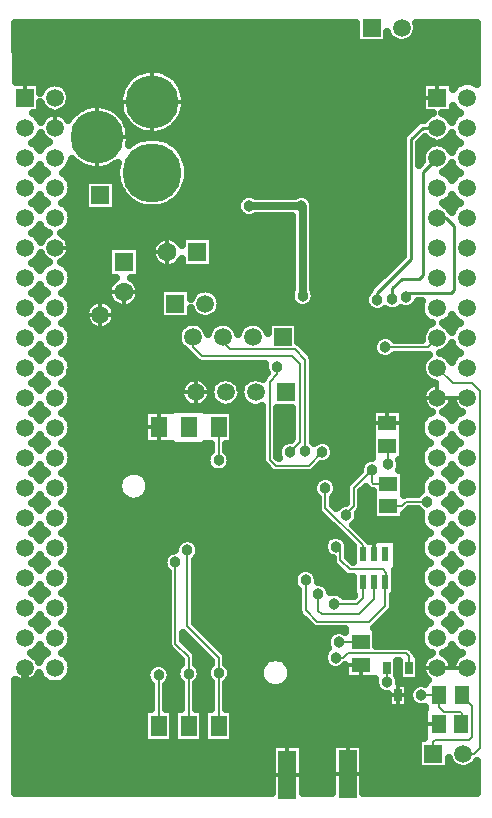
<source format=gbr>
G04 DipTrace 3.0.0.1*
G04 Bottom.gbr*
%MOIN*%
G04 #@! TF.FileFunction,Copper,L2,Bot*
G04 #@! TF.Part,Single*
G04 #@! TA.AperFunction,Conductor*
%ADD14C,0.008*%
G04 #@! TA.AperFunction,CopperBalancing*
%ADD17C,0.025*%
G04 #@! TA.AperFunction,Conductor*
%ADD18C,0.01*%
G04 #@! TA.AperFunction,CopperBalancing*
%ADD25C,0.012992*%
%ADD27R,0.059843X0.159843*%
G04 #@! TA.AperFunction,ComponentPad*
%ADD31R,0.062992X0.062992*%
%ADD32C,0.062992*%
%ADD33R,0.051181X0.059055*%
%ADD34R,0.059055X0.051181*%
G04 #@! TA.AperFunction,ComponentPad*
%ADD37R,0.059055X0.059055*%
%ADD38C,0.059055*%
%ADD41C,0.177165*%
%ADD42C,0.19685*%
%ADD44R,0.025591X0.041339*%
%ADD48R,0.055118X0.070866*%
%ADD51R,0.023622X0.047244*%
G04 #@! TA.AperFunction,ViaPad*
%ADD55C,0.038*%
%FSLAX26Y26*%
G04*
G70*
G90*
G75*
G01*
G04 Bottom*
%LPD*%
X712598Y799213D2*
D17*
Y763780D1*
X692913Y744094D1*
X484252D1*
X456693Y771654D1*
Y844882D1*
X457480Y845669D1*
X685039Y508071D2*
D14*
X860039D1*
X1668701Y1383898D2*
X1713898D1*
X1728701Y1398701D1*
X1798701D1*
X1668110Y1524016D2*
Y1583071D1*
X1666142Y1585039D1*
X1117323Y1947638D2*
Y1931102D1*
X1141732Y1906693D1*
X1358268D1*
X1392520Y1872441D1*
Y1566929D1*
X1017323Y1947638D2*
Y1914173D1*
X1047638Y1883858D1*
X1347638D1*
X1374803Y1856693D1*
Y1598031D1*
X1340945Y1564173D1*
X1576378Y930709D2*
X1504724D1*
X1204331Y2384252D2*
D17*
X1378740D1*
X1383465Y2084646D2*
Y2379528D1*
X1378740Y2384252D1*
X1832283Y2345669D2*
D18*
X1860236D1*
X1887795Y2318110D1*
Y2103543D1*
X1879134Y2094882D1*
X1742126D1*
X1728740Y2081496D1*
X1838898Y753701D2*
D14*
Y713504D1*
X1853701Y698701D1*
X1908701D1*
X1913701Y693701D1*
Y658701D1*
X1911299Y656299D1*
X1663701Y843701D2*
Y798701D1*
X1778701Y753701D2*
X1838898D1*
X1918701Y558701D2*
X1953701D1*
X1973701Y578701D1*
Y1768701D1*
X1948701Y1793701D1*
X1884252D1*
X1832283Y1845669D1*
X1658701Y1913701D2*
X1800315D1*
X1832283Y1945669D1*
X1818701Y558701D2*
Y598701D1*
X1823701Y603701D1*
X1938701D1*
X1948701Y613701D1*
Y718701D1*
X1913701Y753701D1*
X1493701Y878701D2*
X1518701D1*
X1533701Y893701D1*
X1728701D1*
X1738701Y883701D1*
Y843898D1*
X1738504Y843701D1*
X1613701Y1503701D2*
Y1463701D1*
X1618701Y1458701D1*
X1668701D1*
X1298701Y1848701D2*
Y1823701D1*
X1273701Y1798701D1*
Y1538701D1*
X1293701Y1518701D1*
X1403701D1*
X1448701Y1563701D1*
X1528701Y1353701D2*
X1523701D1*
X1553701Y1383701D1*
Y1443701D1*
X1613701Y1503701D1*
X1682677Y2072835D2*
D18*
Y2110236D1*
X1714173Y2141732D1*
X1772835D1*
X1785827Y2154724D1*
Y2499213D1*
X1832283Y2545669D1*
X1103150Y650787D2*
D14*
Y826772D1*
X1103937Y827559D1*
X1488583Y1059449D2*
X1564173D1*
X1583465Y1078740D1*
Y1131890D1*
X1583858Y1132283D1*
X998819Y1237402D2*
Y983465D1*
X1103937Y878346D1*
Y827559D1*
X1458701Y1443701D2*
Y1378701D1*
X1583858Y1253543D1*
Y1222835D1*
X1103150Y1646850D2*
Y1536614D1*
X1003150Y650787D2*
Y825197D1*
X1435039Y1090551D2*
Y1035433D1*
X1447638Y1022835D1*
X1570866D1*
X1622441Y1074409D1*
Y1131102D1*
X1621260Y1132283D1*
X959449Y1196457D2*
Y925591D1*
X1003150Y881890D1*
Y825197D1*
X903150Y650787D2*
Y820866D1*
X1393307Y1137008D2*
Y1037402D1*
X1432283Y998425D1*
X1605118D1*
X1659449Y1052756D1*
Y1131496D1*
X1658661Y1132283D1*
X1493701Y1248701D2*
X1508701D1*
Y1203898D1*
X1539764Y1172835D1*
X1649606D1*
X1660630Y1161811D1*
Y1134252D1*
X1658661Y1132283D1*
X1832283Y2645669D2*
D18*
X1783071D1*
X1744094Y2606693D1*
Y2208268D1*
X1631890Y2096063D1*
Y2071260D1*
D55*
X712598Y799213D3*
X685039Y508071D3*
X860039D3*
X1798701Y1398701D3*
X1668110Y1524016D3*
X1392520Y1566929D3*
X1340945Y1564173D3*
X1504724Y930709D3*
X1204331Y2384252D3*
X1378740D3*
X1383465Y2084646D3*
X1728740Y2081496D3*
X1663701Y798701D3*
X1778701Y753701D3*
X1658701Y1913701D3*
X1493701Y878701D3*
X1613701Y1503701D3*
X1298701Y1848701D3*
X1448701Y1563701D3*
X1528701Y1353701D3*
X1613701Y1503701D3*
X1682677Y2072835D3*
X1103937Y827559D3*
X1488583Y1059449D3*
X998819Y1237402D3*
X1458701Y1443701D3*
X1103150Y1536614D3*
X1003150Y825197D3*
X1435039Y1090551D3*
X959449Y1196457D3*
X903150Y820866D3*
X1393307Y1137008D3*
X1493701Y1248701D3*
X1631890Y2071260D3*
X1668110Y2785827D3*
X1468110Y2781102D3*
X1668110Y2585827D3*
X1468110Y2581102D3*
X1496063Y610236D3*
X1377953D3*
X1594488D3*
Y688976D3*
Y767717D3*
X1496063D3*
X1417323D3*
X1259843Y610236D3*
Y531496D3*
X1594488D3*
X1673228Y610236D3*
Y531496D3*
X1181102D3*
Y610236D3*
X846457Y1909449D3*
Y1850394D3*
X767717Y1909449D3*
X846457Y1692913D3*
X688976Y1909449D3*
X846457Y1771654D3*
X767717Y1535433D3*
X669291D3*
X767717Y1633858D3*
X669291D3*
X610236Y1909449D3*
Y1830709D3*
X1338583Y767717D3*
X1259843Y452756D3*
X1181102D3*
X1673228D3*
X1594488D3*
X428725Y2970190D2*
D17*
X1560151D1*
X1766518D2*
X1961079D1*
X428725Y2945322D2*
X1560151D1*
X1754799D2*
X1961079D1*
X428725Y2920453D2*
X1961079D1*
X428725Y2895584D2*
X1961079D1*
X428725Y2870715D2*
X1961079D1*
X428725Y2845846D2*
X1961079D1*
X428725Y2820978D2*
X814204D1*
X949575D2*
X1961079D1*
X511001Y2796109D2*
X547260D1*
X567690D2*
X789692D1*
X974087D2*
X1778754D1*
X1885805D2*
X1905415D1*
X604116Y2771240D2*
X776411D1*
X987368D2*
X1778754D1*
X611001Y2746371D2*
X770210D1*
X993569D2*
X1778754D1*
X604946Y2721503D2*
X669868D1*
X723794D2*
X769819D1*
X993960D2*
X1778754D1*
X511001Y2696634D2*
X540864D1*
X574087D2*
X621430D1*
X988540D2*
X1778754D1*
X1885805D2*
X1902680D1*
X976333Y2671765D2*
X1775971D1*
X953872Y2646896D2*
X1744331D1*
X809145Y2622028D2*
X1719965D1*
X488003Y2597159D2*
X532905D1*
X948891D2*
X1715083D1*
X1774526D2*
X1813960D1*
X1850600D2*
X1901753D1*
X976967Y2572290D2*
X1715083D1*
X1773110D2*
X1786274D1*
X992739Y2547421D2*
X1715083D1*
X611001Y2522553D2*
X633344D1*
X1001333D2*
X1715083D1*
X488881Y2497684D2*
X526069D1*
X588881D2*
X759467D1*
X1004311D2*
X1715083D1*
X1855581D2*
X1900874D1*
X608999Y2472815D2*
X761762D1*
X1002016D2*
X1715083D1*
X615932Y2447946D2*
X655512D1*
X994253D2*
X1715083D1*
X611245Y2423077D2*
X655512D1*
X762563D2*
X784223D1*
X979555D2*
X1190327D1*
X1218374D2*
X1364692D1*
X1392788D2*
X1715083D1*
X489760Y2398209D2*
X525239D1*
X589760D2*
X655512D1*
X762563D2*
X810053D1*
X953725D2*
X1163813D1*
X1419253D2*
X1715083D1*
X1864565D2*
X1900044D1*
X608706Y2373340D2*
X655512D1*
X762563D2*
X1162837D1*
X1420229D2*
X1715083D1*
X615932Y2348471D2*
X1182856D1*
X1225795D2*
X1346967D1*
X1419985D2*
X1715083D1*
X611489Y2323602D2*
X1346967D1*
X1419985D2*
X1715083D1*
X490542Y2298734D2*
X524409D1*
X590542D2*
X1346967D1*
X1419985D2*
X1715083D1*
X602504Y2273865D2*
X899409D1*
X965932D2*
X977192D1*
X1088149D2*
X1346967D1*
X1419985D2*
X1715083D1*
X610903Y2248996D2*
X731098D1*
X842104D2*
X880415D1*
X1088149D2*
X1346967D1*
X1419985D2*
X1715083D1*
X606215Y2224127D2*
X731098D1*
X842104D2*
X877583D1*
X1088149D2*
X1346967D1*
X1419985D2*
X1715083D1*
X491372Y2199259D2*
X533784D1*
X581167D2*
X731098D1*
X842104D2*
X887544D1*
X1088149D2*
X1346967D1*
X1419985D2*
X1695112D1*
X608071Y2174390D2*
X731098D1*
X842104D2*
X1346967D1*
X1419985D2*
X1670258D1*
X615883Y2149521D2*
X731098D1*
X842104D2*
X1346967D1*
X1419985D2*
X1645356D1*
X611928Y2124652D2*
X738764D1*
X834487D2*
X1346967D1*
X1419985D2*
X1620503D1*
X492104Y2099783D2*
X522846D1*
X592104D2*
X731196D1*
X842055D2*
X905170D1*
X1012221D2*
X1025922D1*
X1091469D2*
X1343403D1*
X1423549D2*
X1600629D1*
X607778Y2074915D2*
X736030D1*
X837172D2*
X905170D1*
X1109585D2*
X1341645D1*
X1425258D2*
X1589057D1*
X615835Y2050046D2*
X663911D1*
X813198D2*
X905170D1*
X1111489D2*
X1359907D1*
X1406997D2*
X1594868D1*
X1756753D2*
X1773920D1*
X612124Y2025177D2*
X655610D1*
X762465D2*
X905170D1*
X1099672D2*
X1777631D1*
X492837Y2000308D2*
X522114D1*
X592837D2*
X660395D1*
X757729D2*
X1796919D1*
X1867641D2*
X1896919D1*
X607436Y1975440D2*
X685786D1*
X732338D2*
X972016D1*
X1062612D2*
X1072035D1*
X1162612D2*
X1172035D1*
X1370864D2*
X1788325D1*
X615786Y1950571D2*
X963862D1*
X1370864D2*
X1639448D1*
X1677944D2*
X1778999D1*
X612319Y1925702D2*
X968745D1*
X1377749D2*
X1617524D1*
X493569Y1900833D2*
X521381D1*
X593569D2*
X993110D1*
X1402700D2*
X1617817D1*
X1859145D2*
X1896186D1*
X607094Y1875965D2*
X1016987D1*
X1420278D2*
X1641499D1*
X1675893D2*
X1788715D1*
X615737Y1851096D2*
X1255756D1*
X1420522D2*
X1779047D1*
X612514Y1826227D2*
X1262495D1*
X1420522D2*
X1782612D1*
X494253Y1801358D2*
X520698D1*
X594253D2*
X990229D1*
X1062514D2*
X1090229D1*
X1162514D2*
X1190229D1*
X1420522D2*
X1804487D1*
X606753Y1776490D2*
X974653D1*
X1420522D2*
X1789106D1*
X615688Y1751621D2*
X974116D1*
X1420522D2*
X1779096D1*
X612710Y1726752D2*
X987934D1*
X1064809D2*
X1087934D1*
X1164809D2*
X1187934D1*
X1420522D2*
X1782368D1*
X494936Y1701883D2*
X520014D1*
X594936D2*
X851606D1*
X1154702D2*
X1245698D1*
X1301723D2*
X1346821D1*
X1420522D2*
X1612592D1*
X1719692D2*
X1803559D1*
X1861001D2*
X1903559D1*
X606411Y1677014D2*
X851606D1*
X1154702D2*
X1245698D1*
X1301723D2*
X1346821D1*
X1420522D2*
X1612592D1*
X1719692D2*
X1783344D1*
X615639Y1652146D2*
X851606D1*
X1154702D2*
X1245698D1*
X1301723D2*
X1346821D1*
X1420522D2*
X1612592D1*
X1719692D2*
X1774116D1*
X612905Y1627277D2*
X851606D1*
X1154702D2*
X1245698D1*
X1301723D2*
X1346821D1*
X1420522D2*
X1612592D1*
X1719692D2*
X1776850D1*
X495571Y1602408D2*
X519379D1*
X595571D2*
X851606D1*
X1154702D2*
X1245698D1*
X1301723D2*
X1325092D1*
X1420522D2*
X1434303D1*
X1463100D2*
X1612592D1*
X1719692D2*
X1794184D1*
X1870376D2*
X1894184D1*
X606069Y1577539D2*
X1075141D1*
X1131167D2*
X1245698D1*
X1489272D2*
X1612592D1*
X1719692D2*
X1783735D1*
X615542Y1552671D2*
X1063471D1*
X1142837D2*
X1245698D1*
X1490151D2*
X1612592D1*
X1719692D2*
X1774213D1*
X613051Y1527802D2*
X1061128D1*
X1145180D2*
X1248139D1*
X1469936D2*
X1578657D1*
X1710952D2*
X1776704D1*
X496206Y1502933D2*
X518745D1*
X596206D2*
X1078169D1*
X1128139D2*
X1270893D1*
X1426479D2*
X1570698D1*
X1722231D2*
X1793549D1*
X1871010D2*
X1893549D1*
X605678Y1478064D2*
X773676D1*
X867251D2*
X1434760D1*
X1482631D2*
X1549506D1*
X1722231D2*
X1784077D1*
X615493Y1453196D2*
X766010D1*
X874917D2*
X1416840D1*
X1500551D2*
X1527534D1*
X1722231D2*
X1774262D1*
X613247Y1428327D2*
X771088D1*
X869887D2*
X1418745D1*
X1498647D2*
X1525678D1*
X1581704D2*
X1615180D1*
X1722231D2*
X1768598D1*
X496792Y1403458D2*
X518159D1*
X596792D2*
X796430D1*
X844497D2*
X1430708D1*
X1486684D2*
X1525678D1*
X1581704D2*
X1615180D1*
X1871596D2*
X1892963D1*
X605288Y1378589D2*
X1430708D1*
X1581167D2*
X1615180D1*
X615395Y1353720D2*
X1445112D1*
X1571694D2*
X1615180D1*
X1722231D2*
X1774360D1*
X613393Y1328852D2*
X1469965D1*
X1563198D2*
X1776362D1*
X497426Y1303983D2*
X517573D1*
X597426D2*
X1494868D1*
X1571987D2*
X1792378D1*
X1872182D2*
X1892378D1*
X604897Y1279114D2*
X1464448D1*
X1596840D2*
X1784858D1*
X615346Y1254245D2*
X959467D1*
X1038149D2*
X1451069D1*
X1536342D2*
X1544598D1*
X1699477D2*
X1774409D1*
X613588Y1229377D2*
X933344D1*
X1041030D2*
X1455610D1*
X1536684D2*
X1548069D1*
X1699477D2*
X1776167D1*
X497963Y1204508D2*
X516987D1*
X597963D2*
X917280D1*
X1026821D2*
X1480708D1*
X1699477D2*
X1791792D1*
X1872768D2*
X1891792D1*
X604506Y1179639D2*
X920112D1*
X1026821D2*
X1494379D1*
X1699477D2*
X1785249D1*
X615249Y1154770D2*
X931440D1*
X1026821D2*
X1354389D1*
X1432192D2*
X1519282D1*
X1694497D2*
X1774506D1*
X613735Y1129902D2*
X931440D1*
X1026821D2*
X1350922D1*
X1447133D2*
X1548042D1*
X1694497D2*
X1776020D1*
X498549Y1105033D2*
X516401D1*
X598549D2*
X931440D1*
X1026821D2*
X1365327D1*
X1475356D2*
X1548042D1*
X1694497D2*
X1791206D1*
X1873354D2*
X1891206D1*
X604116Y1080164D2*
X931440D1*
X1026821D2*
X1365327D1*
X1687465D2*
X1785639D1*
X615151Y1055295D2*
X931440D1*
X1026821D2*
X1365327D1*
X1687465D2*
X1774604D1*
X613881Y1030427D2*
X931440D1*
X1026821D2*
X1366303D1*
X1675698D2*
X1775874D1*
X499087Y1005558D2*
X515864D1*
X599087D2*
X931440D1*
X1026821D2*
X1386567D1*
X1650795D2*
X1790669D1*
X1873891D2*
X1890669D1*
X503725Y980689D2*
X511262D1*
X603725D2*
X931440D1*
X1040151D2*
X1411469D1*
X1625942D2*
X1786079D1*
X1878530D2*
X1886077D1*
X615053Y955820D2*
X931440D1*
X1065004D2*
X1470454D1*
X1629897D2*
X1774702D1*
X614028Y930951D2*
X931440D1*
X992641D2*
X1012788D1*
X1089907D2*
X1461713D1*
X1629897D2*
X1775727D1*
X499624Y906083D2*
X515327D1*
X599624D2*
X940376D1*
X1017544D2*
X1037641D1*
X1114760D2*
X1461372D1*
X1754897D2*
X1790131D1*
X1874428D2*
X1890131D1*
X496596Y881214D2*
X511665D1*
X603286D2*
X965278D1*
X1031167D2*
X1062495D1*
X1131753D2*
X1450776D1*
X1775307D2*
X1793159D1*
X1871401D2*
X1893159D1*
X614956Y856345D2*
X881098D1*
X925161D2*
X974751D1*
X1031557D2*
X1072944D1*
X1134926D2*
X1246333D1*
X1339467D2*
X1457417D1*
X614174Y831476D2*
X861567D1*
X944741D2*
X960656D1*
X1045669D2*
X1061161D1*
X1146743D2*
X1238471D1*
X1347329D2*
X1522846D1*
X492837Y806608D2*
X514838D1*
X600112D2*
X862739D1*
X943569D2*
X964692D1*
X1041616D2*
X1066792D1*
X1141079D2*
X1243354D1*
X1342446D2*
X1621479D1*
X1775307D2*
X1796967D1*
X428725Y781739D2*
X875141D1*
X931167D2*
X975141D1*
X1031167D2*
X1075141D1*
X1131167D2*
X1268159D1*
X1317641D2*
X1624409D1*
X1737905D2*
X1747004D1*
X428725Y756870D2*
X875141D1*
X931167D2*
X975141D1*
X1031167D2*
X1075141D1*
X1131167D2*
X1664301D1*
X428725Y732001D2*
X875141D1*
X931167D2*
X975141D1*
X1031167D2*
X1075141D1*
X1131167D2*
X1664301D1*
X428725Y707133D2*
X851606D1*
X1154702D2*
X1786909D1*
X428725Y682264D2*
X851606D1*
X1154702D2*
X1786909D1*
X428725Y657395D2*
X851606D1*
X1154702D2*
X1786909D1*
X428725Y632526D2*
X851606D1*
X1154702D2*
X1786909D1*
X428725Y607658D2*
X851606D1*
X1154702D2*
X1765180D1*
X428725Y582789D2*
X1278754D1*
X1386587D2*
X1479145D1*
X1586977D2*
X1765180D1*
X428725Y557920D2*
X1278754D1*
X1386587D2*
X1479145D1*
X1586977D2*
X1765180D1*
X428725Y533051D2*
X1278754D1*
X1386587D2*
X1479145D1*
X1586977D2*
X1765180D1*
X428725Y508182D2*
X1278754D1*
X1386587D2*
X1479145D1*
X1586977D2*
X1765180D1*
X1872231D2*
X1909028D1*
X1928386D2*
X1961079D1*
X428725Y483314D2*
X1278754D1*
X1386587D2*
X1479145D1*
X1586977D2*
X1961079D1*
X428725Y458445D2*
X1278754D1*
X1386587D2*
X1479145D1*
X1586977D2*
X1961079D1*
X428725Y433576D2*
X1278754D1*
X1386587D2*
X1479145D1*
X1586977D2*
X1961079D1*
X1484150Y592760D2*
X1584492D1*
Y426207D1*
X1963554Y426201D1*
X1963563Y534355D1*
X1959983Y528708D1*
X1954783Y522619D1*
X1948694Y517419D1*
X1941867Y513235D1*
X1934469Y510171D1*
X1926683Y508301D1*
X1918701Y507673D1*
X1910718Y508301D1*
X1902932Y510171D1*
X1895535Y513235D1*
X1888708Y517419D1*
X1882619Y522619D1*
X1877419Y528708D1*
X1873235Y535535D1*
X1870171Y542932D1*
X1869725Y544514D1*
X1869729Y507673D1*
X1767673D1*
Y609728D1*
X1789402D1*
X1789406Y707327D1*
X1791798D1*
X1791807Y715417D1*
X1785036Y713699D1*
X1778701Y713201D1*
X1772365Y713699D1*
X1766186Y715183D1*
X1760314Y717615D1*
X1754895Y720936D1*
X1750063Y725063D1*
X1745936Y729895D1*
X1742615Y735314D1*
X1740183Y741186D1*
X1738699Y747365D1*
X1738201Y753701D1*
X1738699Y760036D1*
X1740183Y766216D1*
X1742615Y772087D1*
X1745936Y777506D1*
X1750063Y782339D1*
X1754895Y786466D1*
X1760314Y789787D1*
X1766186Y792219D1*
X1772365Y793702D1*
X1778701Y794201D1*
X1785036Y793702D1*
X1791810Y791999D1*
X1791807Y804728D1*
X1801817D1*
X1796365Y809424D1*
X1791444Y815076D1*
X1787404Y821386D1*
X1784332Y828221D1*
X1782293Y835431D1*
X1781333Y842863D1*
X1781471Y850355D1*
X1782706Y857746D1*
X1785009Y864876D1*
X1788331Y871593D1*
X1792602Y877750D1*
X1797728Y883216D1*
X1803599Y887871D1*
X1810089Y891617D1*
X1813228Y892990D1*
X1806851Y895755D1*
X1799356Y900348D1*
X1792672Y906057D1*
X1786963Y912742D1*
X1782370Y920237D1*
X1779006Y928358D1*
X1776953Y936906D1*
X1776264Y945669D1*
X1776953Y954433D1*
X1779006Y962980D1*
X1782370Y971102D1*
X1786963Y978597D1*
X1792672Y985281D1*
X1799356Y990990D1*
X1807023Y995662D1*
X1799356Y1000348D1*
X1792672Y1006057D1*
X1786963Y1012742D1*
X1782370Y1020237D1*
X1779006Y1028358D1*
X1776953Y1036906D1*
X1776264Y1045669D1*
X1776953Y1054433D1*
X1779006Y1062980D1*
X1782370Y1071102D1*
X1786963Y1078597D1*
X1792672Y1085281D1*
X1799356Y1090990D1*
X1807023Y1095662D1*
X1799356Y1100348D1*
X1792672Y1106057D1*
X1786963Y1112742D1*
X1782370Y1120237D1*
X1779006Y1128358D1*
X1776953Y1136906D1*
X1776264Y1145669D1*
X1776953Y1154433D1*
X1779006Y1162980D1*
X1782370Y1171102D1*
X1786963Y1178597D1*
X1792672Y1185281D1*
X1799356Y1190990D1*
X1807023Y1195662D1*
X1799356Y1200348D1*
X1792672Y1206057D1*
X1786963Y1212742D1*
X1782370Y1220237D1*
X1779006Y1228358D1*
X1776953Y1236906D1*
X1776264Y1245669D1*
X1776953Y1254433D1*
X1779006Y1262980D1*
X1782370Y1271102D1*
X1786963Y1278597D1*
X1792672Y1285281D1*
X1799356Y1290990D1*
X1807023Y1295662D1*
X1799356Y1300348D1*
X1792672Y1306057D1*
X1786963Y1312742D1*
X1782370Y1320237D1*
X1779006Y1328358D1*
X1776953Y1336906D1*
X1776264Y1345669D1*
X1776953Y1354433D1*
X1779107Y1363254D1*
X1772398Y1367904D1*
X1767266Y1373208D1*
X1739277Y1373201D1*
X1728886Y1363268D1*
X1723656Y1360339D1*
X1719843Y1359101D1*
X1719729Y1336807D1*
X1617674D1*
X1617722Y1430988D1*
X1616700Y1433279D1*
X1610821Y1434449D1*
X1605377Y1436958D1*
X1600670Y1440670D1*
X1594306Y1447146D1*
X1587538Y1441475D1*
X1579217Y1433154D1*
X1579122Y1381700D1*
X1577953Y1375821D1*
X1575443Y1370377D1*
X1571732Y1365669D1*
X1568314Y1362251D1*
X1569201Y1353701D1*
X1568702Y1347365D1*
X1567219Y1341186D1*
X1564787Y1335314D1*
X1561466Y1329895D1*
X1557339Y1325063D1*
X1552516Y1320943D1*
X1604493Y1268525D1*
X1617169Y1267908D1*
X1620361Y1267957D1*
X1620358Y1272949D1*
X1696965D1*
Y1172720D1*
X1691935D1*
X1691973Y1087161D1*
X1684990D1*
X1684870Y1050755D1*
X1683701Y1044876D1*
X1681191Y1039432D1*
X1677480Y1034725D1*
X1621673Y979030D1*
X1625351Y977799D1*
X1627406D1*
Y919157D1*
X1730701Y919122D1*
X1736581Y917953D1*
X1742025Y915443D1*
X1746732Y911732D1*
X1759331Y898689D1*
X1762260Y893459D1*
X1763888Y887682D1*
X1766709Y885870D1*
X1772799D1*
Y801531D1*
X1704209D1*
Y868182D1*
X1697988Y868201D1*
X1698233Y819862D1*
X1701118Y814199D1*
X1703082Y808155D1*
X1704076Y801878D1*
X1704051Y795313D1*
X1735398Y795319D1*
Y710980D1*
X1666807D1*
Y758314D1*
X1660523Y758326D1*
X1654246Y759320D1*
X1648202Y761284D1*
X1642540Y764169D1*
X1637398Y767904D1*
X1632904Y772398D1*
X1629169Y777540D1*
X1626284Y783202D1*
X1624320Y789246D1*
X1623326Y795523D1*
Y801878D1*
X1624505Y808813D1*
X1525351Y808815D1*
Y853434D1*
X1520003Y847904D1*
X1514862Y844169D1*
X1509199Y841284D1*
X1503155Y839320D1*
X1496878Y838326D1*
X1490523D1*
X1484246Y839320D1*
X1478202Y841284D1*
X1472540Y844169D1*
X1467398Y847904D1*
X1462904Y852398D1*
X1459169Y857540D1*
X1456284Y863202D1*
X1454320Y869246D1*
X1453326Y875523D1*
Y881878D1*
X1454320Y888155D1*
X1456284Y894199D1*
X1459169Y899862D1*
X1462904Y905003D1*
X1467398Y909497D1*
X1469339Y911028D1*
X1466207Y918193D1*
X1464723Y924373D1*
X1464224Y930709D1*
X1464723Y937044D1*
X1466207Y943224D1*
X1468639Y949095D1*
X1471959Y954514D1*
X1476087Y959346D1*
X1480919Y963474D1*
X1486338Y966794D1*
X1492209Y969226D1*
X1498389Y970710D1*
X1504724Y971209D1*
X1511060Y970710D1*
X1517240Y969226D1*
X1523111Y966794D1*
X1525355Y965538D1*
X1525351Y972919D1*
X1430283Y973004D1*
X1424404Y974173D1*
X1418960Y976683D1*
X1414252Y980394D1*
X1372677Y1022413D1*
X1369748Y1027643D1*
X1368121Y1033412D1*
X1367807Y1037402D1*
Y1105517D1*
X1362511Y1110705D1*
X1358775Y1115847D1*
X1355890Y1121509D1*
X1353926Y1127553D1*
X1352932Y1133830D1*
Y1140185D1*
X1353926Y1146462D1*
X1355890Y1152507D1*
X1358775Y1158169D1*
X1362511Y1163311D1*
X1367004Y1167804D1*
X1372146Y1171540D1*
X1377808Y1174425D1*
X1383853Y1176389D1*
X1390129Y1177383D1*
X1396485D1*
X1402762Y1176389D1*
X1408806Y1174425D1*
X1414468Y1171540D1*
X1419610Y1167804D1*
X1424104Y1163311D1*
X1427839Y1158169D1*
X1430724Y1152507D1*
X1432688Y1146462D1*
X1433682Y1140185D1*
Y1133830D1*
X1433348Y1131005D1*
X1441375Y1130553D1*
X1447555Y1129069D1*
X1453426Y1126637D1*
X1458845Y1123316D1*
X1463677Y1119189D1*
X1467805Y1114356D1*
X1471125Y1108938D1*
X1473557Y1103066D1*
X1474903Y1097581D1*
X1482247Y1099450D1*
X1488583Y1099949D1*
X1494918Y1099450D1*
X1501098Y1097967D1*
X1506969Y1095535D1*
X1512388Y1092214D1*
X1517221Y1088087D1*
X1520017Y1084942D1*
X1553573Y1084949D1*
X1555844Y1087182D1*
X1550547Y1087161D1*
Y1147366D1*
X1535775Y1147648D1*
X1530005Y1149276D1*
X1524775Y1152205D1*
X1521732Y1154803D1*
X1488071Y1188909D1*
X1485142Y1194139D1*
X1483515Y1199909D1*
X1483201Y1209611D1*
X1478202Y1211284D1*
X1472540Y1214169D1*
X1467398Y1217904D1*
X1462904Y1222398D1*
X1459169Y1227540D1*
X1456284Y1233202D1*
X1454320Y1239246D1*
X1453326Y1245523D1*
Y1251878D1*
X1454320Y1258155D1*
X1456284Y1264199D1*
X1459169Y1269862D1*
X1462904Y1275003D1*
X1467398Y1279497D1*
X1472540Y1283233D1*
X1478202Y1286118D1*
X1484246Y1288082D1*
X1490523Y1289076D1*
X1496878D1*
X1503155Y1288082D1*
X1509199Y1286118D1*
X1514862Y1283233D1*
X1520003Y1279497D1*
X1524497Y1275003D1*
X1528233Y1269862D1*
X1531118Y1264199D1*
X1533082Y1258155D1*
X1534122Y1250699D1*
X1534201Y1214472D1*
X1550314Y1198347D1*
X1550547Y1227712D1*
Y1250808D1*
X1439310Y1362140D1*
X1435980Y1367124D1*
X1433905Y1372748D1*
X1433201Y1378701D1*
Y1412246D1*
X1427904Y1417398D1*
X1424169Y1422540D1*
X1421284Y1428202D1*
X1419320Y1434246D1*
X1418326Y1440523D1*
Y1446878D1*
X1419320Y1453155D1*
X1421284Y1459199D1*
X1424169Y1464862D1*
X1427904Y1470003D1*
X1432398Y1474497D1*
X1437540Y1478233D1*
X1443202Y1481118D1*
X1449246Y1483082D1*
X1455523Y1484076D1*
X1461878D1*
X1468155Y1483082D1*
X1474199Y1481118D1*
X1479862Y1478233D1*
X1485003Y1474497D1*
X1489497Y1470003D1*
X1493233Y1464862D1*
X1496118Y1459199D1*
X1498082Y1453155D1*
X1499076Y1446878D1*
Y1440523D1*
X1498082Y1434246D1*
X1496118Y1428202D1*
X1493233Y1422540D1*
X1489497Y1417398D1*
X1484194Y1412266D1*
X1484201Y1389257D1*
X1495963Y1377501D1*
X1500063Y1382339D1*
X1504895Y1386466D1*
X1510314Y1389787D1*
X1516186Y1392219D1*
X1522365Y1393702D1*
X1528117Y1394178D1*
X1528279Y1445702D1*
X1529449Y1451581D1*
X1531958Y1457025D1*
X1535669Y1461732D1*
X1573407Y1499470D1*
X1573326Y1506878D1*
X1574320Y1513155D1*
X1576284Y1519199D1*
X1579169Y1524862D1*
X1582904Y1530003D1*
X1587398Y1534497D1*
X1592540Y1538233D1*
X1598202Y1541118D1*
X1604246Y1543082D1*
X1610523Y1544076D1*
X1615103Y1544146D1*
X1615114Y1706933D1*
X1717169D1*
Y1537949D1*
X1706183D1*
X1708112Y1530351D1*
X1708610Y1524016D1*
X1708112Y1517680D1*
X1706628Y1511501D1*
X1704274Y1505798D1*
X1719729Y1505791D1*
Y1422539D1*
X1724712Y1423887D1*
X1728701Y1424201D1*
X1767226D1*
X1772398Y1429497D1*
X1777637Y1433287D1*
X1776436Y1441274D1*
Y1450065D1*
X1777812Y1458747D1*
X1780528Y1467107D1*
X1784519Y1474939D1*
X1789686Y1482051D1*
X1795902Y1488267D1*
X1803013Y1493434D1*
X1806851Y1495755D1*
X1799356Y1500348D1*
X1792672Y1506057D1*
X1786963Y1512742D1*
X1782370Y1520237D1*
X1779006Y1528358D1*
X1776953Y1536906D1*
X1776264Y1545669D1*
X1776953Y1554433D1*
X1779006Y1562980D1*
X1782370Y1571102D1*
X1786963Y1578597D1*
X1792672Y1585281D1*
X1799356Y1590990D1*
X1807023Y1595662D1*
X1799356Y1600348D1*
X1792672Y1606057D1*
X1786963Y1612742D1*
X1782370Y1620237D1*
X1779006Y1628358D1*
X1776953Y1636906D1*
X1776264Y1645669D1*
X1776953Y1654433D1*
X1779006Y1662980D1*
X1782370Y1671102D1*
X1786963Y1678597D1*
X1792672Y1685281D1*
X1799356Y1690990D1*
X1806851Y1695583D1*
X1813280Y1698323D1*
X1806228Y1701796D1*
X1800083Y1706084D1*
X1794633Y1711227D1*
X1789995Y1717112D1*
X1786269Y1723613D1*
X1783535Y1730590D1*
X1781852Y1737892D1*
X1781257Y1745361D1*
X1781762Y1752838D1*
X1783356Y1760159D1*
X1786006Y1767168D1*
X1789654Y1773714D1*
X1794220Y1779655D1*
X1799608Y1784863D1*
X1805700Y1789226D1*
X1812366Y1792649D1*
X1819461Y1795059D1*
X1822116Y1795668D1*
X1812756Y1798526D1*
X1805622Y1802161D1*
X1799144Y1806868D1*
X1793482Y1812530D1*
X1788775Y1819007D1*
X1785140Y1826142D1*
X1782666Y1833757D1*
X1781413Y1841666D1*
Y1849673D1*
X1782666Y1857581D1*
X1785140Y1865197D1*
X1788775Y1872331D1*
X1793482Y1878809D1*
X1799144Y1884471D1*
X1804750Y1888595D1*
X1800315Y1888201D1*
X1690208D1*
X1685003Y1882904D1*
X1679862Y1879169D1*
X1674199Y1876284D1*
X1668155Y1874320D1*
X1661878Y1873326D1*
X1655523D1*
X1649246Y1874320D1*
X1643202Y1876284D1*
X1637540Y1879169D1*
X1632398Y1882904D1*
X1627904Y1887398D1*
X1624169Y1892540D1*
X1621284Y1898202D1*
X1619320Y1904246D1*
X1618326Y1910523D1*
Y1916878D1*
X1619320Y1923155D1*
X1621284Y1929199D1*
X1624169Y1934862D1*
X1627904Y1940003D1*
X1632398Y1944497D1*
X1637540Y1948233D1*
X1643202Y1951118D1*
X1649246Y1953082D1*
X1655523Y1954076D1*
X1661878D1*
X1668155Y1953082D1*
X1674199Y1951118D1*
X1679862Y1948233D1*
X1685003Y1944497D1*
X1690136Y1939194D1*
X1781699Y1939201D1*
X1781256Y1945669D1*
X1781884Y1953652D1*
X1783753Y1961438D1*
X1786818Y1968835D1*
X1791001Y1975663D1*
X1796202Y1981751D1*
X1802290Y1986951D1*
X1809117Y1991135D1*
X1813241Y1992991D1*
X1806851Y1995755D1*
X1799356Y2000348D1*
X1792672Y2006057D1*
X1786963Y2012742D1*
X1782370Y2020237D1*
X1779006Y2028358D1*
X1776953Y2036906D1*
X1776264Y2045669D1*
X1776953Y2054433D1*
X1779006Y2062980D1*
X1781111Y2068371D1*
X1767073Y2068382D1*
X1763272Y2060335D1*
X1759537Y2055193D1*
X1755043Y2050700D1*
X1749901Y2046964D1*
X1744239Y2044079D1*
X1738195Y2042115D1*
X1731918Y2041121D1*
X1725563D1*
X1719286Y2042115D1*
X1711831Y2044729D1*
X1706482Y2040069D1*
X1701064Y2036749D1*
X1695192Y2034317D1*
X1689013Y2032833D1*
X1682677Y2032335D1*
X1676342Y2032833D1*
X1670162Y2034317D1*
X1664291Y2036749D1*
X1658277Y2040539D1*
X1653051Y2036728D1*
X1647388Y2033843D1*
X1641344Y2031879D1*
X1635067Y2030885D1*
X1628712D1*
X1622435Y2031879D1*
X1616391Y2033843D1*
X1610729Y2036728D1*
X1605587Y2040463D1*
X1601093Y2044957D1*
X1597358Y2050099D1*
X1594473Y2055761D1*
X1592509Y2061805D1*
X1591515Y2068082D1*
Y2074437D1*
X1592509Y2080714D1*
X1594473Y2086759D1*
X1597358Y2092421D1*
X1601093Y2097562D1*
X1606182Y2102525D1*
X1608278Y2108094D1*
X1611739Y2113273D1*
X1717595Y2219245D1*
X1717676Y2608772D1*
X1718891Y2614882D1*
X1721500Y2620539D1*
X1725356Y2625431D1*
X1767495Y2667108D1*
X1772930Y2670152D1*
X1778925Y2671843D1*
X1788686Y2672169D1*
X1793482Y2678809D1*
X1799144Y2684471D1*
X1805622Y2689177D1*
X1812756Y2692813D1*
X1818097Y2694645D1*
X1781256Y2694641D1*
Y2796697D1*
X1883311D1*
Y2772878D1*
X1886963Y2778597D1*
X1892672Y2785281D1*
X1899356Y2790990D1*
X1906851Y2795583D1*
X1914972Y2798947D1*
X1923520Y2800999D1*
X1932283Y2801689D1*
X1941047Y2800999D1*
X1949594Y2798947D1*
X1957716Y2795583D1*
X1963568Y2792088D1*
X1963563Y2995097D1*
X1762049Y2995059D1*
X1764100Y2986683D1*
X1764728Y2978701D1*
X1764100Y2970718D1*
X1762231Y2962932D1*
X1759167Y2955535D1*
X1754983Y2948708D1*
X1749783Y2942619D1*
X1743694Y2937419D1*
X1736867Y2933235D1*
X1729469Y2930171D1*
X1721683Y2928301D1*
X1713701Y2927673D1*
X1705718Y2928301D1*
X1697932Y2930171D1*
X1690535Y2933235D1*
X1683708Y2937419D1*
X1677619Y2942619D1*
X1672419Y2948708D1*
X1668235Y2955535D1*
X1665171Y2962932D1*
X1664725Y2964514D1*
X1664729Y2927673D1*
X1562673D1*
Y2995105D1*
X426209Y2995059D1*
X426453Y2796697D1*
X508508D1*
Y2760007D1*
X512014Y2768835D1*
X516198Y2775663D1*
X521398Y2781751D1*
X527487Y2786951D1*
X534314Y2791135D1*
X541712Y2794199D1*
X549498Y2796069D1*
X557480Y2796697D1*
X565463Y2796069D1*
X573249Y2794199D1*
X580646Y2791135D1*
X587474Y2786951D1*
X593562Y2781751D1*
X598762Y2775663D1*
X602946Y2768835D1*
X606010Y2761438D1*
X607880Y2753652D1*
X608508Y2745669D1*
X607880Y2737687D1*
X606010Y2729901D1*
X602946Y2722503D1*
X598762Y2715676D1*
X593562Y2709587D1*
X587474Y2704387D1*
X580646Y2700203D1*
X573249Y2697139D1*
X567566Y2695688D1*
X574204Y2693879D1*
X581084Y2690910D1*
X587455Y2686965D1*
X593179Y2682130D1*
X598134Y2676509D1*
X602158Y2670315D1*
X609283Y2680882D1*
X617405Y2690375D1*
X626551Y2698886D1*
X636602Y2706306D1*
X647430Y2712539D1*
X658893Y2717505D1*
X670846Y2721140D1*
X683134Y2723398D1*
X695598Y2724249D1*
X708078Y2723682D1*
X720414Y2721704D1*
X732447Y2718342D1*
X744020Y2713638D1*
X754987Y2707653D1*
X765204Y2700463D1*
X774541Y2692163D1*
X782878Y2682857D1*
X784477Y2681011D1*
X779294Y2692379D1*
X775434Y2704260D1*
X772944Y2716503D1*
X771858Y2728949D1*
X772188Y2741438D1*
X773932Y2753809D1*
X777066Y2765903D1*
X781551Y2777563D1*
X787327Y2788641D1*
X794322Y2798993D1*
X802445Y2808485D1*
X811591Y2816996D1*
X821642Y2824416D1*
X832469Y2830649D1*
X843933Y2835615D1*
X855886Y2839251D1*
X868173Y2841508D1*
X880637Y2842359D1*
X893118Y2841792D1*
X905454Y2839815D1*
X917486Y2836452D1*
X929060Y2831748D1*
X940026Y2825763D1*
X950243Y2818573D1*
X959581Y2810273D1*
X967917Y2800968D1*
X975145Y2790778D1*
X981173Y2779835D1*
X985921Y2768279D1*
X989330Y2756260D1*
X991354Y2743931D1*
X991972Y2732283D1*
X991264Y2719810D1*
X989146Y2707498D1*
X985647Y2695505D1*
X980811Y2683985D1*
X974702Y2673088D1*
X967397Y2662953D1*
X958990Y2653710D1*
X949591Y2645480D1*
X939319Y2638368D1*
X928308Y2632466D1*
X916699Y2627849D1*
X904642Y2624578D1*
X892292Y2622693D1*
X879807Y2622220D1*
X867350Y2623165D1*
X855080Y2625515D1*
X843155Y2629241D1*
X831729Y2634293D1*
X820949Y2640608D1*
X810954Y2648103D1*
X801872Y2656683D1*
X793899Y2666136D1*
X799140Y2654855D1*
X803091Y2643003D1*
X805673Y2630779D1*
X806854Y2618342D1*
X806678Y2606679D1*
X805121Y2594283D1*
X803473Y2586798D1*
X811400Y2593085D1*
X819229Y2598316D1*
X827445Y2602917D1*
X835996Y2606859D1*
X844831Y2610119D1*
X853894Y2612675D1*
X863129Y2614512D1*
X872481Y2615618D1*
X881890Y2615988D1*
X891299Y2615618D1*
X900650Y2614512D1*
X909886Y2612675D1*
X918949Y2610119D1*
X927783Y2606859D1*
X936335Y2602917D1*
X944551Y2598316D1*
X952380Y2593085D1*
X959775Y2587255D1*
X966690Y2580863D1*
X973082Y2573948D1*
X978911Y2566553D1*
X984143Y2558724D1*
X988744Y2550508D1*
X992686Y2541956D1*
X995945Y2533122D1*
X998501Y2524059D1*
X1000338Y2514823D1*
X1001445Y2505472D1*
X1001815Y2496063D1*
X1001445Y2486654D1*
X1000338Y2477303D1*
X998501Y2468067D1*
X995945Y2459004D1*
X992686Y2450170D1*
X988744Y2441618D1*
X984143Y2433402D1*
X978911Y2425573D1*
X973082Y2418178D1*
X966690Y2411263D1*
X959775Y2404871D1*
X952380Y2399041D1*
X944551Y2393810D1*
X936335Y2389209D1*
X927783Y2385267D1*
X918949Y2382007D1*
X909886Y2379451D1*
X900650Y2377614D1*
X891299Y2376507D1*
X881890Y2376138D1*
X872481Y2376507D1*
X863129Y2377614D1*
X853894Y2379451D1*
X844831Y2382007D1*
X835996Y2385267D1*
X827445Y2389209D1*
X819229Y2393810D1*
X811400Y2399041D1*
X804005Y2404871D1*
X797090Y2411263D1*
X790698Y2418178D1*
X784868Y2425573D1*
X779637Y2433402D1*
X775036Y2441618D1*
X771093Y2450170D1*
X767834Y2459004D1*
X765278Y2468067D1*
X763441Y2477303D1*
X762334Y2486654D1*
X761965Y2496063D1*
X762334Y2505472D1*
X763441Y2514823D1*
X766706Y2529121D1*
X758485Y2522963D1*
X747753Y2516566D1*
X736366Y2511427D1*
X724470Y2507612D1*
X712218Y2505168D1*
X699768Y2504129D1*
X687280Y2504507D1*
X674916Y2506298D1*
X662834Y2509478D1*
X651190Y2514007D1*
X640135Y2519825D1*
X629810Y2526859D1*
X620348Y2535018D1*
X613401Y2542381D1*
X611952Y2532592D1*
X609236Y2524231D1*
X605245Y2516399D1*
X600078Y2509287D1*
X593862Y2503072D1*
X586751Y2497905D1*
X582913Y2495583D1*
X590408Y2490990D1*
X597092Y2485281D1*
X602801Y2478597D1*
X607394Y2471102D1*
X610758Y2462980D1*
X612810Y2454433D1*
X613500Y2445669D1*
X612810Y2436906D1*
X610758Y2428358D1*
X607394Y2420237D1*
X602801Y2412742D1*
X597092Y2406057D1*
X590408Y2400348D1*
X582741Y2395676D1*
X590408Y2390990D1*
X597092Y2385281D1*
X602801Y2378597D1*
X607394Y2371102D1*
X610758Y2362980D1*
X612810Y2354433D1*
X613500Y2345669D1*
X612810Y2336906D1*
X610758Y2328358D1*
X607394Y2320237D1*
X602801Y2312742D1*
X597092Y2306057D1*
X590408Y2300348D1*
X582913Y2295755D1*
X576484Y2293016D1*
X583271Y2289699D1*
X589441Y2285448D1*
X594922Y2280338D1*
X599596Y2274481D1*
X603361Y2268002D1*
X606137Y2261042D1*
X607864Y2253751D1*
X608508Y2245669D1*
X607958Y2238196D1*
X606319Y2230884D1*
X603627Y2223891D1*
X599940Y2217368D1*
X595338Y2211455D1*
X589919Y2206279D1*
X583800Y2201954D1*
X576541Y2198348D1*
X582913Y2195583D1*
X590408Y2190990D1*
X597092Y2185281D1*
X602801Y2178597D1*
X607394Y2171102D1*
X610758Y2162980D1*
X612810Y2154433D1*
X613500Y2145669D1*
X612810Y2136906D1*
X610758Y2128358D1*
X607394Y2120237D1*
X602801Y2112742D1*
X597092Y2106057D1*
X590408Y2100348D1*
X582741Y2095676D1*
X590408Y2090990D1*
X597092Y2085281D1*
X602801Y2078597D1*
X607394Y2071102D1*
X610758Y2062980D1*
X612810Y2054433D1*
X613500Y2045669D1*
X612810Y2036906D1*
X610758Y2028358D1*
X607394Y2020237D1*
X602801Y2012742D1*
X597092Y2006057D1*
X590408Y2000348D1*
X582741Y1995676D1*
X590408Y1990990D1*
X597092Y1985281D1*
X602801Y1978597D1*
X607394Y1971102D1*
X610758Y1962980D1*
X612810Y1954433D1*
X613500Y1945669D1*
X612810Y1936906D1*
X610758Y1928358D1*
X607394Y1920237D1*
X602801Y1912742D1*
X597092Y1906057D1*
X590408Y1900348D1*
X582741Y1895676D1*
X590408Y1890990D1*
X597092Y1885281D1*
X602801Y1878597D1*
X607394Y1871102D1*
X610758Y1862980D1*
X612810Y1854433D1*
X613500Y1845669D1*
X612810Y1836906D1*
X610758Y1828358D1*
X607394Y1820237D1*
X602801Y1812742D1*
X597092Y1806057D1*
X590408Y1800348D1*
X582741Y1795676D1*
X590408Y1790990D1*
X597092Y1785281D1*
X602801Y1778597D1*
X607394Y1771102D1*
X610758Y1762980D1*
X612810Y1754433D1*
X613500Y1745669D1*
X612810Y1736906D1*
X610758Y1728358D1*
X607394Y1720237D1*
X602801Y1712742D1*
X597092Y1706057D1*
X590408Y1700348D1*
X582741Y1695676D1*
X590408Y1690990D1*
X597092Y1685281D1*
X602801Y1678597D1*
X607394Y1671102D1*
X610758Y1662980D1*
X612810Y1654433D1*
X613500Y1645669D1*
X612810Y1636906D1*
X610758Y1628358D1*
X607394Y1620237D1*
X602801Y1612742D1*
X597092Y1606057D1*
X590408Y1600348D1*
X582741Y1595676D1*
X590408Y1590990D1*
X597092Y1585281D1*
X602801Y1578597D1*
X607394Y1571102D1*
X610758Y1562980D1*
X612810Y1554433D1*
X613500Y1545669D1*
X612810Y1536906D1*
X610758Y1528358D1*
X607394Y1520237D1*
X602801Y1512742D1*
X597092Y1506057D1*
X590408Y1500348D1*
X582741Y1495676D1*
X590408Y1490990D1*
X597092Y1485281D1*
X602801Y1478597D1*
X607394Y1471102D1*
X610758Y1462980D1*
X612810Y1454433D1*
X613500Y1445669D1*
X612810Y1436906D1*
X610758Y1428358D1*
X607394Y1420237D1*
X602801Y1412742D1*
X597092Y1406057D1*
X590408Y1400348D1*
X582741Y1395676D1*
X590408Y1390990D1*
X597092Y1385281D1*
X602801Y1378597D1*
X607394Y1371102D1*
X610758Y1362980D1*
X612810Y1354433D1*
X613500Y1345669D1*
X612810Y1336906D1*
X610758Y1328358D1*
X607394Y1320237D1*
X602801Y1312742D1*
X597092Y1306057D1*
X590408Y1300348D1*
X582741Y1295676D1*
X590408Y1290990D1*
X597092Y1285281D1*
X602801Y1278597D1*
X607394Y1271102D1*
X610758Y1262980D1*
X612810Y1254433D1*
X613500Y1245669D1*
X612810Y1236906D1*
X610758Y1228358D1*
X607394Y1220237D1*
X602801Y1212742D1*
X597092Y1206057D1*
X590408Y1200348D1*
X582741Y1195676D1*
X590408Y1190990D1*
X597092Y1185281D1*
X602801Y1178597D1*
X607394Y1171102D1*
X610758Y1162980D1*
X612810Y1154433D1*
X613500Y1145669D1*
X612810Y1136906D1*
X610758Y1128358D1*
X607394Y1120237D1*
X602801Y1112742D1*
X597092Y1106057D1*
X590408Y1100348D1*
X582741Y1095676D1*
X590408Y1090990D1*
X597092Y1085281D1*
X602801Y1078597D1*
X607394Y1071102D1*
X610758Y1062980D1*
X612810Y1054433D1*
X613500Y1045669D1*
X612810Y1036906D1*
X610758Y1028358D1*
X607394Y1020237D1*
X602801Y1012742D1*
X597092Y1006057D1*
X590408Y1000348D1*
X582741Y995676D1*
X590408Y990990D1*
X597092Y985281D1*
X602801Y978597D1*
X607394Y971102D1*
X610758Y962980D1*
X612810Y954433D1*
X613500Y945669D1*
X612810Y936906D1*
X610758Y928358D1*
X607394Y920237D1*
X602801Y912742D1*
X597092Y906057D1*
X590408Y900348D1*
X582741Y895676D1*
X590408Y890990D1*
X597092Y885281D1*
X602801Y878597D1*
X607394Y871102D1*
X610758Y862980D1*
X612810Y854433D1*
X613500Y845669D1*
X612810Y836906D1*
X610758Y828358D1*
X607394Y820237D1*
X602801Y812742D1*
X597092Y806057D1*
X590408Y800348D1*
X582913Y795755D1*
X574791Y792391D1*
X566244Y790339D1*
X557480Y789650D1*
X548717Y790339D1*
X540169Y792391D1*
X532048Y795755D1*
X524553Y800348D1*
X517868Y806057D1*
X512159Y812742D1*
X507566Y820237D1*
X504827Y826666D1*
X501275Y819481D1*
X496968Y813350D1*
X491809Y807915D1*
X485910Y803295D1*
X479397Y799588D1*
X472412Y796875D1*
X465106Y795215D1*
X457634Y794642D1*
X450160Y795170D1*
X442843Y796786D1*
X435842Y799457D1*
X429307Y803124D1*
X426199Y805374D1*
X426201Y426163D1*
X1281230Y426201D1*
X1281256Y590791D1*
X1384098D1*
Y426192D1*
X1481621Y426201D1*
X1481650Y592760D1*
X1484150D1*
X746118Y2250240D2*
X839610D1*
Y2144248D1*
X811046D1*
X817329Y2140432D1*
X823113Y2135668D1*
X828168Y2130136D1*
X832392Y2123946D1*
X835701Y2117222D1*
X838028Y2110099D1*
X839327Y2102718D1*
X839551Y2094745D1*
X838670Y2087303D1*
X836747Y2080060D1*
X833822Y2073161D1*
X829953Y2066743D1*
X825218Y2060935D1*
X819711Y2055853D1*
X813542Y2051599D1*
X806834Y2048257D1*
X799723Y2045895D1*
X792349Y2044559D1*
X784861Y2044277D1*
X777407Y2045054D1*
X770138Y2046874D1*
X763198Y2049702D1*
X756726Y2053480D1*
X750852Y2058133D1*
X745693Y2063568D1*
X741352Y2069677D1*
X737917Y2076336D1*
X735454Y2083414D1*
X734015Y2090768D1*
X733628Y2098252D1*
X734300Y2105716D1*
X736017Y2113010D1*
X738747Y2119989D1*
X742434Y2126513D1*
X747004Y2132452D1*
X752366Y2137687D1*
X758412Y2142113D1*
X762153Y2144244D1*
X733618Y2144248D1*
Y2250240D1*
X746118D1*
X992181Y2283705D2*
X1085673D1*
Y2177713D1*
X979681D1*
Y2206277D1*
X976016Y2200208D1*
X971281Y2194400D1*
X965774Y2189318D1*
X959605Y2185063D1*
X952897Y2181722D1*
X945786Y2179359D1*
X938412Y2178024D1*
X930924Y2177742D1*
X923470Y2178518D1*
X916201Y2180339D1*
X909261Y2183166D1*
X902789Y2186944D1*
X896915Y2191598D1*
X891756Y2197033D1*
X887415Y2203141D1*
X883980Y2209801D1*
X881517Y2216879D1*
X880078Y2224233D1*
X879691Y2231717D1*
X880363Y2239180D1*
X882080Y2246474D1*
X884810Y2253453D1*
X888497Y2259977D1*
X893067Y2265916D1*
X898429Y2271151D1*
X904475Y2275578D1*
X911086Y2279107D1*
X918128Y2281669D1*
X925462Y2283211D1*
X932939Y2283704D1*
X940411Y2283137D1*
X947729Y2281522D1*
X954746Y2278891D1*
X961321Y2275297D1*
X967324Y2270811D1*
X972634Y2265523D1*
X977145Y2259539D1*
X979685Y2255178D1*
X979681Y2283705D1*
X992181D1*
X670528Y2470712D2*
X760083D1*
Y2368657D1*
X658028D1*
Y2470712D1*
X670528D1*
X760021Y2019548D2*
X759106Y2012111D1*
X757111Y2004888D1*
X754080Y1998035D1*
X750078Y1991700D1*
X745191Y1986020D1*
X739526Y1981116D1*
X733203Y1977095D1*
X726359Y1974043D1*
X719142Y1972027D1*
X711708Y1971089D1*
X704216Y1971250D1*
X696829Y1972506D1*
X689706Y1974831D1*
X682999Y1978173D1*
X676855Y1982462D1*
X671405Y1987605D1*
X666767Y1993490D1*
X663040Y1999991D1*
X660306Y2006968D1*
X658624Y2014270D1*
X658028Y2021739D1*
X658534Y2029216D1*
X660128Y2036537D1*
X662778Y2043546D1*
X666425Y2050092D1*
X670992Y2056033D1*
X676380Y2061241D1*
X682472Y2065603D1*
X689137Y2069027D1*
X696232Y2071437D1*
X703604Y2072783D1*
X711093Y2073034D1*
X718538Y2072186D1*
X725779Y2070257D1*
X732659Y2067288D1*
X739030Y2063343D1*
X744754Y2058508D1*
X749709Y2052887D1*
X753787Y2046600D1*
X756901Y2039785D1*
X758982Y2032586D1*
X759988Y2025161D1*
X760021Y2019548D1*
X1278795Y1998665D2*
X1368351D1*
Y1930159D1*
X1373256Y1927323D1*
X1376299Y1924724D1*
X1413150Y1887429D1*
X1416079Y1882199D1*
X1417706Y1876430D1*
X1418020Y1872441D1*
Y1598369D1*
X1422262Y1594372D1*
X1427540Y1598233D1*
X1433202Y1601118D1*
X1439246Y1603082D1*
X1445523Y1604076D1*
X1451878D1*
X1458155Y1603082D1*
X1464199Y1601118D1*
X1469862Y1598233D1*
X1475003Y1594497D1*
X1479497Y1590003D1*
X1483233Y1584862D1*
X1486118Y1579199D1*
X1488082Y1573155D1*
X1489076Y1566878D1*
Y1560523D1*
X1488082Y1554246D1*
X1486118Y1548202D1*
X1483233Y1542540D1*
X1479497Y1537398D1*
X1475003Y1532904D1*
X1469862Y1529169D1*
X1464199Y1526284D1*
X1458155Y1524320D1*
X1451878Y1523326D1*
X1444499Y1523447D1*
X1418689Y1498071D1*
X1413459Y1495142D1*
X1407690Y1493515D1*
X1403701Y1493201D1*
X1289712Y1493515D1*
X1283942Y1495142D1*
X1278712Y1498071D1*
X1275669Y1500669D1*
X1253071Y1523712D1*
X1250142Y1528942D1*
X1248515Y1534712D1*
X1248201Y1538701D1*
Y1716875D1*
X1242146Y1714462D1*
X1234360Y1712593D1*
X1226378Y1711965D1*
X1218395Y1712593D1*
X1210610Y1714462D1*
X1203212Y1717526D1*
X1196385Y1721710D1*
X1190296Y1726910D1*
X1185096Y1732999D1*
X1180912Y1739826D1*
X1177848Y1747224D1*
X1176397Y1752907D1*
X1173521Y1743465D1*
X1169886Y1736330D1*
X1165180Y1729852D1*
X1159518Y1724190D1*
X1153040Y1719484D1*
X1145905Y1715849D1*
X1138290Y1713374D1*
X1130382Y1712122D1*
X1122374D1*
X1114466Y1713374D1*
X1106851Y1715849D1*
X1099716Y1719484D1*
X1093238Y1724190D1*
X1087576Y1729852D1*
X1082870Y1736330D1*
X1079235Y1743465D1*
X1076760Y1751080D1*
X1076397Y1752907D1*
X1074434Y1745833D1*
X1071403Y1738980D1*
X1067401Y1732645D1*
X1062514Y1726965D1*
X1056848Y1722061D1*
X1050525Y1718040D1*
X1043682Y1714988D1*
X1036465Y1712971D1*
X1029031Y1712034D1*
X1021539Y1712195D1*
X1014152Y1713451D1*
X1007028Y1715776D1*
X1000322Y1719118D1*
X994178Y1723407D1*
X988728Y1728550D1*
X984090Y1734435D1*
X980363Y1740936D1*
X977629Y1747913D1*
X975947Y1755215D1*
X975351Y1762684D1*
X975856Y1770161D1*
X977451Y1777482D1*
X980101Y1784491D1*
X983748Y1791037D1*
X988315Y1796978D1*
X993703Y1802186D1*
X999795Y1806548D1*
X1006460Y1809972D1*
X1013555Y1812382D1*
X1020927Y1813728D1*
X1028416Y1813979D1*
X1035861Y1813131D1*
X1043101Y1811201D1*
X1049981Y1808232D1*
X1056352Y1804288D1*
X1062077Y1799453D1*
X1067032Y1793832D1*
X1071110Y1787545D1*
X1074223Y1780730D1*
X1076375Y1773157D1*
X1079235Y1782520D1*
X1082870Y1789654D1*
X1087576Y1796132D1*
X1093238Y1801794D1*
X1099716Y1806500D1*
X1106851Y1810135D1*
X1114466Y1812610D1*
X1122374Y1813862D1*
X1130382D1*
X1138290Y1812610D1*
X1145905Y1810135D1*
X1153040Y1806500D1*
X1159518Y1801794D1*
X1165180Y1796132D1*
X1169886Y1789654D1*
X1173521Y1782520D1*
X1175996Y1774904D1*
X1176359Y1773078D1*
X1179235Y1782520D1*
X1182870Y1789654D1*
X1187576Y1796132D1*
X1193238Y1801794D1*
X1199716Y1806500D1*
X1206851Y1810135D1*
X1214466Y1812610D1*
X1222374Y1813862D1*
X1230382D1*
X1238290Y1812610D1*
X1245905Y1810135D1*
X1250022Y1808190D1*
X1253071Y1813689D1*
X1255669Y1816732D1*
X1265095Y1826158D1*
X1261284Y1833202D1*
X1259320Y1839246D1*
X1258326Y1845523D1*
Y1851878D1*
X1259377Y1858359D1*
X1043649Y1858672D1*
X1037879Y1860299D1*
X1032649Y1863228D1*
X1029607Y1865827D1*
X996693Y1899185D1*
X994157Y1902172D1*
X987330Y1906356D1*
X981241Y1911556D1*
X976041Y1917645D1*
X971857Y1924472D1*
X968793Y1931869D1*
X966924Y1939655D1*
X966295Y1947638D1*
X966924Y1955620D1*
X968793Y1963406D1*
X971857Y1970804D1*
X976041Y1977631D1*
X981241Y1983720D1*
X987330Y1988920D1*
X994157Y1993104D1*
X1001554Y1996168D1*
X1009340Y1998037D1*
X1017323Y1998665D1*
X1025305Y1998037D1*
X1033091Y1996168D1*
X1040489Y1993104D1*
X1047316Y1988920D1*
X1053405Y1983720D1*
X1058605Y1977631D1*
X1062789Y1970804D1*
X1065853Y1963406D1*
X1067304Y1957723D1*
X1070180Y1967165D1*
X1073815Y1974300D1*
X1078521Y1980778D1*
X1084183Y1986439D1*
X1090661Y1991146D1*
X1097795Y1994781D1*
X1105411Y1997255D1*
X1113319Y1998508D1*
X1121326D1*
X1129235Y1997255D1*
X1136850Y1994781D1*
X1143985Y1991146D1*
X1150463Y1986439D1*
X1156124Y1980778D1*
X1160831Y1974300D1*
X1164466Y1967165D1*
X1166940Y1959550D1*
X1167304Y1957723D1*
X1170180Y1967165D1*
X1173815Y1974300D1*
X1178521Y1980778D1*
X1184183Y1986439D1*
X1190661Y1991146D1*
X1197795Y1994781D1*
X1205411Y1997255D1*
X1213319Y1998508D1*
X1221326D1*
X1229235Y1997255D1*
X1236850Y1994781D1*
X1243985Y1991146D1*
X1250463Y1986439D1*
X1256124Y1980778D1*
X1260831Y1974300D1*
X1264466Y1967165D1*
X1266299Y1961825D1*
X1266295Y1998665D1*
X1278795D1*
X1349330Y1711964D2*
X1299232D1*
X1299201Y1549238D1*
X1304265Y1544199D1*
X1304859Y1545787D1*
X1302427Y1551658D1*
X1300944Y1557838D1*
X1300445Y1564173D1*
X1300944Y1570509D1*
X1302427Y1576688D1*
X1304859Y1582560D1*
X1308180Y1587979D1*
X1312307Y1592811D1*
X1317140Y1596938D1*
X1322558Y1600259D1*
X1328430Y1602691D1*
X1334609Y1604175D1*
X1340945Y1604673D1*
X1345146Y1604427D1*
X1349303Y1610531D1*
Y1711948D1*
X920173Y2109728D2*
X1009729D1*
Y2073058D1*
X1013235Y2081867D1*
X1017419Y2088694D1*
X1022619Y2094783D1*
X1028708Y2099983D1*
X1035535Y2104167D1*
X1042932Y2107231D1*
X1050718Y2109100D1*
X1058701Y2109728D1*
X1066683Y2109100D1*
X1074469Y2107231D1*
X1081867Y2104167D1*
X1088694Y2099983D1*
X1094783Y2094783D1*
X1099983Y2088694D1*
X1104167Y2081867D1*
X1107231Y2074469D1*
X1109100Y2066683D1*
X1109728Y2058701D1*
X1109100Y2050718D1*
X1107231Y2042932D1*
X1104167Y2035535D1*
X1099983Y2028708D1*
X1094783Y2022619D1*
X1088694Y2017419D1*
X1081867Y2013235D1*
X1074469Y2010171D1*
X1066683Y2008301D1*
X1058701Y2007673D1*
X1050718Y2008301D1*
X1042932Y2010171D1*
X1035535Y2013235D1*
X1028708Y2017419D1*
X1022619Y2022619D1*
X1017419Y2028708D1*
X1013235Y2035535D1*
X1010171Y2042932D1*
X1009725Y2044514D1*
X1009729Y2007673D1*
X907673D1*
Y2109728D1*
X920173D1*
X856591Y1703783D2*
X949100D1*
X949098Y1708776D1*
X1057201D1*
Y1703746D1*
X1152209Y1703783D1*
Y1589917D1*
X1128625D1*
X1128650Y1568091D1*
X1133946Y1562917D1*
X1137682Y1557775D1*
X1140567Y1552113D1*
X1142531Y1546069D1*
X1143525Y1539792D1*
Y1533437D1*
X1142531Y1527160D1*
X1140567Y1521115D1*
X1137682Y1515453D1*
X1133946Y1510312D1*
X1129452Y1505818D1*
X1124311Y1502082D1*
X1118648Y1499197D1*
X1112604Y1497233D1*
X1106327Y1496239D1*
X1099972D1*
X1093695Y1497233D1*
X1087651Y1499197D1*
X1081988Y1502082D1*
X1076847Y1505818D1*
X1072353Y1510312D1*
X1068618Y1515453D1*
X1065732Y1521115D1*
X1063769Y1527160D1*
X1062774Y1533437D1*
Y1539792D1*
X1063769Y1546069D1*
X1065732Y1552113D1*
X1068618Y1557775D1*
X1072353Y1562917D1*
X1077657Y1568049D1*
X1077649Y1589886D1*
X1057201Y1589917D1*
Y1584925D1*
X949098D1*
Y1589954D1*
X854091Y1589917D1*
Y1703783D1*
X856591D1*
X1066591Y707720D2*
X1077675D1*
X1077634Y796763D1*
X1073141Y801256D1*
X1069405Y806398D1*
X1066520Y812060D1*
X1064556Y818105D1*
X1063562Y824381D1*
Y830737D1*
X1064556Y837014D1*
X1066520Y843058D1*
X1069405Y848720D1*
X1073141Y853862D1*
X1078444Y858994D1*
X1078437Y867745D1*
X984949Y961272D1*
Y936154D1*
X1023780Y896878D1*
X1026709Y891648D1*
X1028336Y885879D1*
X1028650Y881890D1*
Y856646D1*
X1033946Y851499D1*
X1037682Y846358D1*
X1040567Y840696D1*
X1042531Y834651D1*
X1043525Y828374D1*
Y822019D1*
X1042531Y815742D1*
X1040567Y809698D1*
X1037682Y804036D1*
X1033946Y798894D1*
X1028643Y793762D1*
X1028650Y707765D1*
X1052209Y707720D1*
Y593854D1*
X954091D1*
Y707720D1*
X977675D1*
X977649Y793707D1*
X972353Y798894D1*
X968618Y804036D1*
X965732Y809698D1*
X963769Y815742D1*
X962774Y822019D1*
Y828374D1*
X963769Y834651D1*
X965732Y840696D1*
X968618Y846358D1*
X972353Y851499D1*
X977657Y856632D1*
X977650Y871339D1*
X940058Y909030D1*
X936728Y914014D1*
X934653Y919638D1*
X933949Y925591D1*
Y1164995D1*
X928652Y1170154D1*
X924917Y1175296D1*
X922032Y1180958D1*
X920068Y1187002D1*
X919074Y1193279D1*
Y1199634D1*
X920068Y1205911D1*
X922032Y1211955D1*
X924917Y1217618D1*
X928652Y1222759D1*
X933146Y1227253D1*
X938288Y1230989D1*
X943950Y1233874D1*
X949994Y1235838D1*
X958319Y1236912D1*
X958818Y1243737D1*
X960301Y1249917D1*
X962733Y1255788D1*
X966054Y1261207D1*
X970181Y1266039D1*
X975014Y1270167D1*
X980432Y1273487D1*
X986304Y1275919D1*
X992483Y1277403D1*
X998819Y1277902D1*
X1005154Y1277403D1*
X1011334Y1275919D1*
X1017206Y1273487D1*
X1022624Y1270167D1*
X1027457Y1266039D1*
X1031584Y1261207D1*
X1034905Y1255788D1*
X1037337Y1249917D1*
X1038820Y1243737D1*
X1039319Y1237402D1*
X1038820Y1231066D1*
X1037337Y1224886D1*
X1034905Y1219015D1*
X1031584Y1213596D1*
X1027457Y1208764D1*
X1024312Y1205967D1*
X1024319Y993993D1*
X1123327Y894907D1*
X1126658Y889923D1*
X1128733Y884299D1*
X1129437Y878346D1*
Y859059D1*
X1134733Y853862D1*
X1138469Y848720D1*
X1141354Y843058D1*
X1143318Y837014D1*
X1144312Y830737D1*
Y824381D1*
X1143318Y818105D1*
X1141354Y812060D1*
X1138469Y806398D1*
X1134733Y801256D1*
X1128650Y795509D1*
Y707680D1*
X1152209Y707720D1*
Y593854D1*
X1054091D1*
Y707720D1*
X1066591D1*
X866591D2*
X877675D1*
X877650Y789410D1*
X872353Y794563D1*
X868618Y799705D1*
X865732Y805367D1*
X863769Y811412D1*
X862774Y817689D1*
Y824044D1*
X863769Y830321D1*
X865732Y836365D1*
X868618Y842027D1*
X872353Y847169D1*
X876847Y851663D1*
X881988Y855398D1*
X887651Y858283D1*
X893695Y860247D1*
X899972Y861241D1*
X906327D1*
X912604Y860247D1*
X918648Y858283D1*
X924311Y855398D1*
X929452Y851663D1*
X933946Y847169D1*
X937682Y842027D1*
X940567Y836365D1*
X942531Y830321D1*
X943525Y824044D1*
Y817689D1*
X942531Y811412D1*
X940567Y805367D1*
X937682Y799705D1*
X933946Y794563D1*
X928643Y789431D1*
X928650Y707731D1*
X952209Y707720D1*
Y593854D1*
X854091D1*
Y707720D1*
X866591D1*
X1344754Y824660D2*
X1343478Y816601D1*
X1340956Y808840D1*
X1337252Y801570D1*
X1332455Y794968D1*
X1326686Y789198D1*
X1320084Y784402D1*
X1312813Y780697D1*
X1305053Y778176D1*
X1296993Y776899D1*
X1288833D1*
X1280774Y778176D1*
X1273013Y780697D1*
X1265743Y784402D1*
X1259141Y789198D1*
X1253371Y794968D1*
X1248575Y801570D1*
X1244870Y808840D1*
X1242349Y816601D1*
X1241072Y824660D1*
Y832820D1*
X1242349Y840880D1*
X1244870Y848640D1*
X1248575Y855911D1*
X1253371Y862512D1*
X1259141Y868282D1*
X1265743Y873079D1*
X1273013Y876783D1*
X1280774Y879305D1*
X1288833Y880581D1*
X1296993D1*
X1305053Y879305D1*
X1312813Y876783D1*
X1320084Y873079D1*
X1326686Y868282D1*
X1332455Y862512D1*
X1337252Y855911D1*
X1340956Y848640D1*
X1343478Y840880D1*
X1344754Y832820D1*
Y824660D1*
X872313Y1446707D2*
X871037Y1438648D1*
X868515Y1430887D1*
X864811Y1423617D1*
X860015Y1417015D1*
X854245Y1411245D1*
X847643Y1406449D1*
X840372Y1402744D1*
X832612Y1400223D1*
X824552Y1398946D1*
X816392D1*
X808333Y1400223D1*
X800572Y1402744D1*
X793302Y1406449D1*
X786700Y1411245D1*
X780930Y1417015D1*
X776134Y1423617D1*
X772429Y1430887D1*
X769908Y1438648D1*
X768631Y1446707D1*
Y1454867D1*
X769908Y1462927D1*
X772429Y1470687D1*
X776134Y1477958D1*
X780930Y1484560D1*
X786700Y1490330D1*
X793302Y1495126D1*
X800572Y1498830D1*
X808333Y1501352D1*
X816392Y1502628D1*
X824552D1*
X832612Y1501352D1*
X840372Y1498830D1*
X847643Y1495126D1*
X854245Y1490330D1*
X860015Y1484560D1*
X864811Y1477958D1*
X868515Y1470687D1*
X871037Y1462927D1*
X872313Y1454867D1*
Y1446707D1*
X1883311Y2718464D2*
Y2694641D1*
X1846622D1*
X1855449Y2691135D1*
X1862277Y2686951D1*
X1868365Y2681751D1*
X1873566Y2675663D1*
X1877749Y2668835D1*
X1879606Y2664712D1*
X1882370Y2671102D1*
X1886963Y2678597D1*
X1892672Y2685281D1*
X1899356Y2690990D1*
X1907023Y2695662D1*
X1899356Y2700348D1*
X1892672Y2706057D1*
X1886963Y2712742D1*
X1883318Y2718543D1*
X1879606Y2626626D2*
X1875792Y2619007D1*
X1871085Y2612530D1*
X1865423Y2606868D1*
X1858945Y2602161D1*
X1851811Y2598526D1*
X1844196Y2596052D1*
X1842369Y2595688D1*
X1851811Y2592813D1*
X1858945Y2589177D1*
X1865423Y2584471D1*
X1871085Y2578809D1*
X1875792Y2572331D1*
X1879606Y2564712D1*
X1882370Y2571102D1*
X1886963Y2578597D1*
X1892672Y2585281D1*
X1899356Y2590990D1*
X1907023Y2595662D1*
X1899356Y2600348D1*
X1892672Y2606057D1*
X1886963Y2612742D1*
X1882370Y2620237D1*
X1879630Y2626666D1*
X1822198Y2595688D2*
X1816515Y2597139D1*
X1809117Y2600203D1*
X1802290Y2604387D1*
X1796202Y2609587D1*
X1790819Y2615949D1*
X1770563Y2595684D1*
X1770595Y2521488D1*
X1782666Y2533757D1*
X1781413Y2541666D1*
Y2549673D1*
X1782666Y2557581D1*
X1785140Y2565197D1*
X1788775Y2572331D1*
X1793482Y2578809D1*
X1799144Y2584471D1*
X1805622Y2589177D1*
X1812756Y2592813D1*
X1820371Y2595287D1*
X1822198Y2595650D1*
X1879606Y2526626D2*
X1875792Y2519007D1*
X1871085Y2512530D1*
X1865423Y2506868D1*
X1858945Y2502161D1*
X1851326Y2498347D1*
X1857716Y2495583D1*
X1865211Y2490990D1*
X1871895Y2485281D1*
X1877604Y2478597D1*
X1882276Y2470930D1*
X1886963Y2478597D1*
X1892672Y2485281D1*
X1899356Y2490990D1*
X1907023Y2495662D1*
X1899356Y2500348D1*
X1892672Y2506057D1*
X1886963Y2512742D1*
X1882370Y2520237D1*
X1879630Y2526666D1*
X1882276Y2420409D2*
X1877604Y2412742D1*
X1871895Y2406057D1*
X1865211Y2400348D1*
X1857716Y2395755D1*
X1851287Y2393016D1*
X1858945Y2389177D1*
X1865423Y2384471D1*
X1871085Y2378809D1*
X1875792Y2372331D1*
X1879606Y2364712D1*
X1882370Y2371102D1*
X1886963Y2378597D1*
X1892672Y2385281D1*
X1899356Y2390990D1*
X1907023Y2395662D1*
X1899356Y2400348D1*
X1892672Y2406057D1*
X1886963Y2412742D1*
X1882290Y2420409D1*
X1882276Y2020409D2*
X1877604Y2012742D1*
X1871895Y2006057D1*
X1865211Y2000348D1*
X1857716Y1995755D1*
X1851287Y1993016D1*
X1858945Y1989177D1*
X1865423Y1984471D1*
X1871085Y1978809D1*
X1875792Y1972331D1*
X1879606Y1964712D1*
X1882370Y1971102D1*
X1886963Y1978597D1*
X1892672Y1985281D1*
X1899356Y1990990D1*
X1907023Y1995662D1*
X1899356Y2000348D1*
X1892672Y2006057D1*
X1886963Y2012742D1*
X1882290Y2020409D1*
X1879606Y1926626D2*
X1875792Y1919007D1*
X1871085Y1912530D1*
X1865423Y1906868D1*
X1858945Y1902161D1*
X1851811Y1898526D1*
X1844196Y1896052D1*
X1842369Y1895688D1*
X1851811Y1892813D1*
X1858945Y1889177D1*
X1865423Y1884471D1*
X1871085Y1878809D1*
X1875792Y1872331D1*
X1879606Y1864712D1*
X1882370Y1871102D1*
X1886963Y1878597D1*
X1892672Y1885281D1*
X1899356Y1890990D1*
X1907023Y1895662D1*
X1899356Y1900348D1*
X1892672Y1906057D1*
X1886963Y1912742D1*
X1882370Y1920237D1*
X1879630Y1926666D1*
X1882281Y1735495D2*
X1880339Y1728510D1*
X1877308Y1721657D1*
X1873306Y1715322D1*
X1868420Y1709642D1*
X1862754Y1704738D1*
X1856431Y1700717D1*
X1851344Y1698348D1*
X1857716Y1695583D1*
X1865211Y1690990D1*
X1871895Y1685281D1*
X1877604Y1678597D1*
X1882276Y1670930D1*
X1886963Y1678597D1*
X1892672Y1685281D1*
X1899356Y1690990D1*
X1906851Y1695583D1*
X1913280Y1698323D1*
X1906228Y1701796D1*
X1900083Y1706084D1*
X1894633Y1711227D1*
X1889995Y1717112D1*
X1886269Y1723613D1*
X1883535Y1730590D1*
X1882285Y1735480D1*
X1882276Y1620409D2*
X1877604Y1612742D1*
X1871895Y1606057D1*
X1865211Y1600348D1*
X1857544Y1595676D1*
X1865211Y1590990D1*
X1871895Y1585281D1*
X1877604Y1578597D1*
X1882276Y1570930D1*
X1886963Y1578597D1*
X1892672Y1585281D1*
X1899356Y1590990D1*
X1907023Y1595662D1*
X1899356Y1600348D1*
X1892672Y1606057D1*
X1886963Y1612742D1*
X1882290Y1620409D1*
X1882276Y1520409D2*
X1877604Y1512742D1*
X1871895Y1506057D1*
X1865211Y1500348D1*
X1857544Y1495676D1*
X1865211Y1490990D1*
X1871895Y1485281D1*
X1877604Y1478597D1*
X1882276Y1470930D1*
X1886963Y1478597D1*
X1892672Y1485281D1*
X1899356Y1490990D1*
X1907023Y1495662D1*
X1899356Y1500348D1*
X1892672Y1506057D1*
X1886963Y1512742D1*
X1882290Y1520409D1*
X1882276Y1420409D2*
X1877604Y1412742D1*
X1871895Y1406057D1*
X1865211Y1400348D1*
X1857544Y1395676D1*
X1865211Y1390990D1*
X1871895Y1385281D1*
X1877604Y1378597D1*
X1882276Y1370930D1*
X1886963Y1378597D1*
X1892672Y1385281D1*
X1899356Y1390990D1*
X1907023Y1395662D1*
X1899356Y1400348D1*
X1892672Y1406057D1*
X1886963Y1412742D1*
X1882290Y1420409D1*
X1882276Y1320409D2*
X1877604Y1312742D1*
X1871895Y1306057D1*
X1865211Y1300348D1*
X1857544Y1295676D1*
X1865211Y1290990D1*
X1871895Y1285281D1*
X1877604Y1278597D1*
X1882276Y1270930D1*
X1886963Y1278597D1*
X1892672Y1285281D1*
X1899356Y1290990D1*
X1907023Y1295662D1*
X1899356Y1300348D1*
X1892672Y1306057D1*
X1886963Y1312742D1*
X1882290Y1320409D1*
X1882276Y1220409D2*
X1877604Y1212742D1*
X1871895Y1206057D1*
X1865211Y1200348D1*
X1857544Y1195676D1*
X1865211Y1190990D1*
X1871895Y1185281D1*
X1877604Y1178597D1*
X1882276Y1170930D1*
X1886963Y1178597D1*
X1892672Y1185281D1*
X1899356Y1190990D1*
X1907023Y1195662D1*
X1899356Y1200348D1*
X1892672Y1206057D1*
X1886963Y1212742D1*
X1882290Y1220409D1*
X1882276Y1120409D2*
X1877604Y1112742D1*
X1871895Y1106057D1*
X1865211Y1100348D1*
X1857544Y1095676D1*
X1865211Y1090990D1*
X1871895Y1085281D1*
X1877604Y1078597D1*
X1882276Y1070930D1*
X1886963Y1078597D1*
X1892672Y1085281D1*
X1899356Y1090990D1*
X1907023Y1095662D1*
X1899356Y1100348D1*
X1892672Y1106057D1*
X1886963Y1112742D1*
X1882290Y1120409D1*
X1882276Y1020409D2*
X1877604Y1012742D1*
X1871895Y1006057D1*
X1865211Y1000348D1*
X1857544Y995676D1*
X1865211Y990990D1*
X1871895Y985281D1*
X1877604Y978597D1*
X1882276Y970930D1*
X1886963Y978597D1*
X1892672Y985281D1*
X1899356Y990990D1*
X1907023Y995662D1*
X1899356Y1000348D1*
X1892672Y1006057D1*
X1886963Y1012742D1*
X1882290Y1020409D1*
X1882276Y920409D2*
X1877604Y912742D1*
X1871895Y906057D1*
X1865211Y900348D1*
X1857716Y895755D1*
X1851287Y893016D1*
X1858074Y889699D1*
X1864244Y885448D1*
X1869725Y880338D1*
X1874399Y874481D1*
X1878164Y868002D1*
X1880940Y861042D1*
X1882280Y855834D1*
X1884125Y862538D1*
X1887115Y869409D1*
X1891078Y875768D1*
X1895930Y881478D1*
X1901567Y886416D1*
X1907865Y890475D1*
X1913228Y892990D1*
X1906851Y895755D1*
X1899356Y900348D1*
X1892672Y906057D1*
X1886963Y912742D1*
X1882290Y920409D1*
X508508Y2731335D2*
Y2694641D1*
X484690D1*
X490408Y2690990D1*
X497092Y2685281D1*
X502801Y2678597D1*
X507394Y2671102D1*
X510206Y2664876D1*
X513528Y2671593D1*
X517799Y2677750D1*
X522925Y2683216D1*
X528796Y2687871D1*
X535286Y2691617D1*
X542254Y2694372D1*
X547313Y2695668D1*
X537953Y2698526D1*
X530818Y2702161D1*
X524341Y2706868D1*
X518679Y2712530D1*
X513972Y2719007D1*
X510337Y2726142D1*
X508504Y2731483D1*
X510134Y2626666D2*
X507394Y2620237D1*
X502801Y2612742D1*
X497092Y2606057D1*
X490408Y2600348D1*
X482741Y2595676D1*
X490408Y2590990D1*
X497092Y2585281D1*
X502801Y2578597D1*
X507473Y2570930D1*
X512159Y2578597D1*
X517868Y2585281D1*
X524553Y2590990D1*
X532048Y2595583D1*
X538477Y2598323D1*
X531425Y2601796D1*
X525280Y2606084D1*
X519830Y2611227D1*
X515192Y2617112D1*
X511466Y2623613D1*
X510159Y2626612D1*
X507473Y2520409D2*
X502801Y2512742D1*
X497092Y2506057D1*
X490408Y2500348D1*
X482741Y2495676D1*
X490408Y2490990D1*
X497092Y2485281D1*
X502801Y2478597D1*
X507473Y2470930D1*
X512159Y2478597D1*
X517868Y2485281D1*
X524553Y2490990D1*
X532220Y2495662D1*
X524553Y2500348D1*
X517868Y2506057D1*
X512159Y2512742D1*
X507487Y2520409D1*
X507473Y2420409D2*
X502801Y2412742D1*
X497092Y2406057D1*
X490408Y2400348D1*
X482741Y2395676D1*
X490408Y2390990D1*
X497092Y2385281D1*
X502801Y2378597D1*
X507473Y2370930D1*
X512159Y2378597D1*
X517868Y2385281D1*
X524553Y2390990D1*
X532220Y2395662D1*
X524553Y2400348D1*
X517868Y2406057D1*
X512159Y2412742D1*
X507487Y2420409D1*
X507473Y2320409D2*
X502801Y2312742D1*
X497092Y2306057D1*
X490408Y2300348D1*
X482741Y2295676D1*
X490408Y2290990D1*
X497092Y2285281D1*
X502801Y2278597D1*
X507394Y2271102D1*
X510206Y2264876D1*
X513528Y2271593D1*
X517799Y2277750D1*
X522925Y2283216D1*
X528796Y2287871D1*
X535286Y2291617D1*
X538425Y2292990D1*
X532048Y2295755D1*
X524553Y2300348D1*
X517868Y2306057D1*
X512159Y2312742D1*
X507487Y2320409D1*
X510134Y2226666D2*
X507394Y2220237D1*
X502801Y2212742D1*
X497092Y2206057D1*
X490408Y2200348D1*
X482741Y2195676D1*
X490408Y2190990D1*
X497092Y2185281D1*
X502801Y2178597D1*
X507473Y2170930D1*
X512159Y2178597D1*
X517868Y2185281D1*
X524553Y2190990D1*
X532048Y2195583D1*
X538477Y2198323D1*
X531425Y2201796D1*
X525280Y2206084D1*
X519830Y2211227D1*
X515192Y2217112D1*
X511466Y2223613D1*
X510159Y2226612D1*
X507473Y2120409D2*
X502801Y2112742D1*
X497092Y2106057D1*
X490408Y2100348D1*
X482741Y2095676D1*
X490408Y2090990D1*
X497092Y2085281D1*
X502801Y2078597D1*
X507473Y2070930D1*
X512159Y2078597D1*
X517868Y2085281D1*
X524553Y2090990D1*
X532220Y2095662D1*
X524553Y2100348D1*
X517868Y2106057D1*
X512159Y2112742D1*
X507487Y2120409D1*
X507473Y2020409D2*
X502801Y2012742D1*
X497092Y2006057D1*
X490408Y2000348D1*
X482741Y1995676D1*
X490408Y1990990D1*
X497092Y1985281D1*
X502801Y1978597D1*
X507473Y1970930D1*
X512159Y1978597D1*
X517868Y1985281D1*
X524553Y1990990D1*
X532220Y1995662D1*
X524553Y2000348D1*
X517868Y2006057D1*
X512159Y2012742D1*
X507487Y2020409D1*
X507473Y1920409D2*
X502801Y1912742D1*
X497092Y1906057D1*
X490408Y1900348D1*
X482741Y1895676D1*
X490408Y1890990D1*
X497092Y1885281D1*
X502801Y1878597D1*
X507473Y1870930D1*
X512159Y1878597D1*
X517868Y1885281D1*
X524553Y1890990D1*
X532220Y1895662D1*
X524553Y1900348D1*
X517868Y1906057D1*
X512159Y1912742D1*
X507487Y1920409D1*
X507473Y1820409D2*
X502801Y1812742D1*
X497092Y1806057D1*
X490408Y1800348D1*
X482741Y1795676D1*
X490408Y1790990D1*
X497092Y1785281D1*
X502801Y1778597D1*
X507473Y1770930D1*
X512159Y1778597D1*
X517868Y1785281D1*
X524553Y1790990D1*
X532220Y1795662D1*
X524553Y1800348D1*
X517868Y1806057D1*
X512159Y1812742D1*
X507487Y1820409D1*
X507473Y1720409D2*
X502801Y1712742D1*
X497092Y1706057D1*
X490408Y1700348D1*
X482741Y1695676D1*
X490408Y1690990D1*
X497092Y1685281D1*
X502801Y1678597D1*
X507473Y1670930D1*
X512159Y1678597D1*
X517868Y1685281D1*
X524553Y1690990D1*
X532220Y1695662D1*
X524553Y1700348D1*
X517868Y1706057D1*
X512159Y1712742D1*
X507487Y1720409D1*
X507473Y1620409D2*
X502801Y1612742D1*
X497092Y1606057D1*
X490408Y1600348D1*
X482741Y1595676D1*
X490408Y1590990D1*
X497092Y1585281D1*
X502801Y1578597D1*
X507473Y1570930D1*
X512159Y1578597D1*
X517868Y1585281D1*
X524553Y1590990D1*
X532220Y1595662D1*
X524553Y1600348D1*
X517868Y1606057D1*
X512159Y1612742D1*
X507487Y1620409D1*
X507473Y1520409D2*
X502801Y1512742D1*
X497092Y1506057D1*
X490408Y1500348D1*
X482741Y1495676D1*
X490408Y1490990D1*
X497092Y1485281D1*
X502801Y1478597D1*
X507473Y1470930D1*
X512159Y1478597D1*
X517868Y1485281D1*
X524553Y1490990D1*
X532220Y1495662D1*
X524553Y1500348D1*
X517868Y1506057D1*
X512159Y1512742D1*
X507487Y1520409D1*
X507473Y1420409D2*
X502801Y1412742D1*
X497092Y1406057D1*
X490408Y1400348D1*
X482741Y1395676D1*
X490408Y1390990D1*
X497092Y1385281D1*
X502801Y1378597D1*
X507473Y1370930D1*
X512159Y1378597D1*
X517868Y1385281D1*
X524553Y1390990D1*
X532220Y1395662D1*
X524553Y1400348D1*
X517868Y1406057D1*
X512159Y1412742D1*
X507487Y1420409D1*
X507473Y1320409D2*
X502801Y1312742D1*
X497092Y1306057D1*
X490408Y1300348D1*
X482741Y1295676D1*
X490408Y1290990D1*
X497092Y1285281D1*
X502801Y1278597D1*
X507473Y1270930D1*
X512159Y1278597D1*
X517868Y1285281D1*
X524553Y1290990D1*
X532220Y1295662D1*
X524553Y1300348D1*
X517868Y1306057D1*
X512159Y1312742D1*
X507487Y1320409D1*
X507473Y1220409D2*
X502801Y1212742D1*
X497092Y1206057D1*
X490408Y1200348D1*
X482741Y1195676D1*
X490408Y1190990D1*
X497092Y1185281D1*
X502801Y1178597D1*
X507473Y1170930D1*
X512159Y1178597D1*
X517868Y1185281D1*
X524553Y1190990D1*
X532220Y1195662D1*
X524553Y1200348D1*
X517868Y1206057D1*
X512159Y1212742D1*
X507487Y1220409D1*
X507473Y1120409D2*
X502801Y1112742D1*
X497092Y1106057D1*
X490408Y1100348D1*
X482741Y1095676D1*
X490408Y1090990D1*
X497092Y1085281D1*
X502801Y1078597D1*
X507473Y1070930D1*
X512159Y1078597D1*
X517868Y1085281D1*
X524553Y1090990D1*
X532220Y1095662D1*
X524553Y1100348D1*
X517868Y1106057D1*
X512159Y1112742D1*
X507487Y1120409D1*
X507473Y1020409D2*
X502801Y1012742D1*
X497092Y1006057D1*
X490408Y1000348D1*
X482741Y995676D1*
X490408Y990990D1*
X497092Y985281D1*
X502801Y978597D1*
X507473Y970930D1*
X512159Y978597D1*
X517868Y985281D1*
X524553Y990990D1*
X532220Y995662D1*
X524553Y1000348D1*
X517868Y1006057D1*
X512159Y1012742D1*
X507487Y1020409D1*
X507473Y920409D2*
X502801Y912742D1*
X497092Y906057D1*
X490408Y900348D1*
X482913Y895755D1*
X476484Y893016D1*
X483271Y889699D1*
X489441Y885448D1*
X494922Y880338D1*
X499596Y874481D1*
X503361Y868002D1*
X504801Y864722D1*
X507566Y871102D1*
X512159Y878597D1*
X517868Y885281D1*
X524553Y890990D1*
X532220Y895662D1*
X524553Y900348D1*
X517868Y906057D1*
X512159Y912742D1*
X507487Y920409D1*
X1226352Y2418252D2*
X1356723D1*
X1363241Y2421669D1*
X1369286Y2423633D1*
X1375563Y2424627D1*
X1381918D1*
X1388195Y2423633D1*
X1394239Y2421669D1*
X1399901Y2418784D1*
X1405043Y2415048D1*
X1409537Y2410555D1*
X1413272Y2405413D1*
X1416157Y2399751D1*
X1418121Y2393707D1*
X1419115Y2387430D1*
Y2381074D1*
X1418121Y2374797D1*
X1417464Y2372466D1*
X1417465Y2106627D1*
X1420882Y2100144D1*
X1422846Y2094100D1*
X1423840Y2087823D1*
Y2081468D1*
X1422846Y2075191D1*
X1420882Y2069147D1*
X1417996Y2063484D1*
X1414261Y2058343D1*
X1409767Y2053849D1*
X1404626Y2050114D1*
X1398963Y2047229D1*
X1392919Y2045265D1*
X1386642Y2044271D1*
X1380287D1*
X1374010Y2045265D1*
X1367966Y2047229D1*
X1362303Y2050114D1*
X1357162Y2053849D1*
X1352668Y2058343D1*
X1348933Y2063484D1*
X1346047Y2069147D1*
X1344084Y2075191D1*
X1343089Y2081468D1*
Y2087823D1*
X1344084Y2094100D1*
X1346047Y2100144D1*
X1349464Y2106602D1*
Y2350222D1*
X1226348Y2350252D1*
X1219829Y2346835D1*
X1213785Y2344871D1*
X1207508Y2343877D1*
X1201153D1*
X1194876Y2344871D1*
X1188832Y2346835D1*
X1183170Y2349720D1*
X1178028Y2353456D1*
X1173534Y2357949D1*
X1169799Y2363091D1*
X1166914Y2368753D1*
X1164950Y2374797D1*
X1163956Y2381074D1*
Y2387430D1*
X1164950Y2393707D1*
X1166914Y2399751D1*
X1169799Y2405413D1*
X1173534Y2410555D1*
X1178028Y2415048D1*
X1183170Y2418784D1*
X1188832Y2421669D1*
X1194876Y2423633D1*
X1201153Y2424627D1*
X1207508D1*
X1213785Y2423633D1*
X1219829Y2421669D1*
X1226287Y2418252D1*
X1533071Y592711D2*
D25*
Y491339D1*
X1481698D2*
X1584443D1*
X1332677Y590742D2*
Y489370D1*
X1281305D2*
X1384050D1*
X786614Y2097244D2*
Y2044297D1*
X733667Y2097244D2*
X839561D1*
X932677Y2283656D2*
Y2177761D1*
X879730Y2230709D2*
X932677D1*
X1666142Y1706884D2*
Y1659843D1*
X1615163D2*
X1717121D1*
X1576378Y855906D2*
Y808864D1*
X1525399Y855906D2*
X1576378D1*
X709055Y2073026D2*
Y1971069D1*
X658076Y2022047D2*
X760034D1*
X1026378Y1813971D2*
Y1712013D1*
X975399Y1762992D2*
X1077357D1*
X881890Y2842317D2*
Y2622250D1*
X771856Y2732283D2*
X991924D1*
X696850Y2724207D2*
Y2504139D1*
Y2614173D2*
X806884D1*
X1701102Y795270D2*
Y711029D1*
X1666856Y753150D2*
X1735349D1*
X1789454Y656299D2*
X1836496D1*
X903150Y1703735D2*
Y1589966D1*
X854139Y1646850D2*
X903150D1*
X1621260Y1267908D2*
Y1222835D1*
X1832283Y2796648D2*
Y2745669D1*
X1781305D2*
X1832283D1*
Y1796648D2*
Y1745669D1*
X1781305D2*
X1883262D1*
X1881305D2*
X1932283D1*
X1781305Y845669D2*
X1883262D1*
X1881305D2*
X1932283D1*
X457480Y2796648D2*
Y2745669D1*
X557480Y2696648D2*
Y2645669D1*
Y2245669D2*
X608459D1*
X457480Y845669D2*
Y794691D1*
D27*
X1533071Y491339D3*
X1332677Y489370D3*
D31*
X786614Y2197244D3*
D32*
Y2097244D3*
D31*
X1032677Y2230709D3*
D32*
X932677D3*
D34*
X1666142Y1585039D3*
Y1659843D3*
X1576378Y930709D3*
Y855906D3*
D37*
X709055Y2419685D3*
D38*
Y2022047D3*
D37*
X1317323Y1947638D3*
D38*
X1217323D3*
X1117323D3*
X1017323D3*
D37*
X1326378Y1762992D3*
D38*
X1226378D3*
X1126378D3*
X1026378D3*
D41*
X881890Y2732283D3*
D42*
Y2496063D3*
D41*
X696850Y2614173D3*
D37*
X1613701Y2978701D3*
D38*
X1713701D3*
D37*
X958701Y2058701D3*
D38*
X1058701D3*
D37*
X1818701Y558701D3*
D38*
X1918701D3*
D44*
X1663701Y843701D3*
X1738504D3*
X1701102Y753150D3*
D34*
X1668701Y1383898D3*
Y1458701D3*
D33*
X1913701Y753701D3*
X1838898D3*
X1911299Y656299D3*
X1836496D3*
D48*
X903150Y1646850D3*
X1003150D3*
X1103150D3*
Y650787D3*
X1003150D3*
X903150D3*
D51*
X1583858Y1222835D3*
X1621260D3*
X1658661D3*
Y1132283D3*
X1621260D3*
X1583858D3*
D37*
X1832283Y2745669D3*
D38*
X1932283D3*
X1832283Y2645669D3*
X1932283D3*
X1832283Y2545669D3*
X1932283D3*
X1832283Y2445669D3*
X1932283D3*
X1832283Y2345669D3*
X1932283D3*
X1832283Y2245669D3*
X1932283D3*
X1832283Y2145669D3*
X1932283D3*
X1832283Y2045669D3*
X1932283D3*
X1832283Y1945669D3*
X1932283D3*
X1832283Y1845669D3*
X1932283D3*
X1832283Y1745669D3*
X1932283D3*
X1832283Y1645669D3*
X1932283D3*
X1832283Y1545669D3*
X1932283D3*
X1832283Y1445669D3*
X1932283D3*
X1832283Y1345669D3*
X1932283D3*
X1832283Y1245669D3*
X1932283D3*
X1832283Y1145669D3*
X1932283D3*
X1832283Y1045669D3*
X1932283D3*
X1832283Y945669D3*
X1932283D3*
X1832283Y845669D3*
X1932283D3*
D37*
X457480Y2745669D3*
D38*
X557480D3*
X457480Y2645669D3*
X557480D3*
X457480Y2545669D3*
X557480D3*
X457480Y2445669D3*
X557480D3*
X457480Y2345669D3*
X557480D3*
X457480Y2245669D3*
X557480D3*
X457480Y2145669D3*
X557480D3*
X457480Y2045669D3*
X557480D3*
X457480Y1945669D3*
X557480D3*
X457480Y1845669D3*
X557480D3*
X457480Y1745669D3*
X557480D3*
X457480Y1645669D3*
X557480D3*
X457480Y1545669D3*
X557480D3*
X457480Y1445669D3*
X557480D3*
X457480Y1345669D3*
X557480D3*
X457480Y1245669D3*
X557480D3*
X457480Y1145669D3*
X557480D3*
X457480Y1045669D3*
X557480D3*
X457480Y945669D3*
X557480D3*
X457480Y845669D3*
X557480D3*
M02*

</source>
